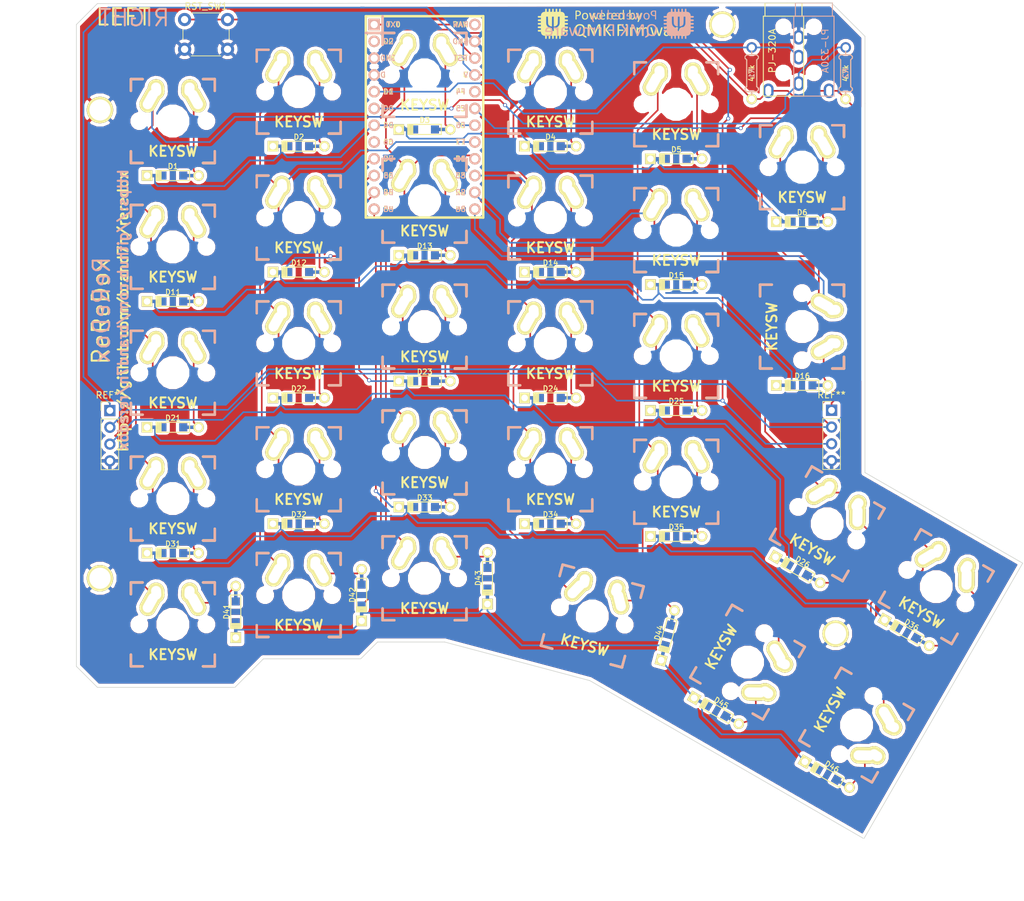
<source format=kicad_pcb>
(kicad_pcb (version 20171130) (host pcbnew "(5.0.0-3-g5ebb6b6)")
  (title_block (title "Redox keyboard PCB") (date 2018-05-05) (rev 1.0) (comment 1 "designed by Mattia Dal Ben (aka u/TiaMaT102)") (comment 2 https://github.com/mattdibi/redox-keyboard))
  (layers (0 F.Cu signal hide) (31 B.Cu signal) (34 B.Paste user hide) (35 F.Paste user hide) (36 B.SilkS user hide) (37 F.SilkS user hide) (38 B.Mask user hide) (39 F.Mask user hide) (44 Edge.Cuts user))
  (net 0 "")
  (net 1 row0)
  (net 2 "Net-(D1-Pad2)")
  (net 3 "Net-(D2-Pad2)")
  (net 4 "Net-(D3-Pad2)")
  (net 5 "Net-(D4-Pad2)")
  (net 6 "Net-(D5-Pad2)")
  (net 7 "Net-(D6-Pad2)")
  (net 8 row1)
  (net 9 "Net-(D11-Pad2)")
  (net 10 "Net-(D12-Pad2)")
  (net 11 "Net-(D13-Pad2)")
  (net 12 "Net-(D14-Pad2)")
  (net 13 "Net-(D15-Pad2)")
  (net 14 "Net-(D16-Pad2)")
  (net 15 row2)
  (net 16 "Net-(D21-Pad2)")
  (net 17 "Net-(D22-Pad2)")
  (net 18 "Net-(D23-Pad2)")
  (net 19 "Net-(D24-Pad2)")
  (net 20 "Net-(D25-Pad2)")
  (net 21 "Net-(D26-Pad2)")
  (net 22 row3)
  (net 23 "Net-(D31-Pad2)")
  (net 24 "Net-(D32-Pad2)")
  (net 25 "Net-(D33-Pad2)")
  (net 26 "Net-(D34-Pad2)")
  (net 27 "Net-(D35-Pad2)")
  (net 28 "Net-(D36-Pad2)")
  (net 29 row4)
  (net 30 "Net-(D41-Pad2)")
  (net 31 "Net-(D42-Pad2)")
  (net 32 "Net-(D43-Pad2)")
  (net 33 "Net-(D44-Pad2)")
  (net 34 "Net-(D45-Pad2)")
  (net 35 "Net-(D46-Pad2)")
  (net 36 col0)
  (net 37 col1)
  (net 38 col2)
  (net 39 col3)
  (net 40 col4)
  (net 41 col5)
  (net 42 col6)
  (net 43 VCC)
  (net 44 SDA)
  (net 45 SCL)
  (net 46 rgb_data)
  (net 47 GND)
  (net 48 RST)
  (net 49 "Net-(U1-Pad2)")
  (net 50 "Net-(U1-Pad8)")
  (net 51 "Net-(U1-Pad20)")
  (net 52 "Net-(U1-Pad24)")
  (module Connector_PinHeader_2.54mm:PinHeader_1x04_P2.54mm_Vertical (layer F.Cu) (at 212.75 110.457)
    (fp_text reference REF** (at 0 -2.33) (layer F.SilkS))
    (fp_text value PinHeader_1x04_P2.54mm_Vertical)
    (pad 4 thru_hole oval (at 0 7.62) (size 1.7 1.7) (drill 1) (layers *.Cu *.Mask) (net 47 GND))
    (pad 3 thru_hole oval (at 0 5.08) (size 1.7 1.7) (drill 1) (layers *.Cu *.Mask) (net 46 rgb_data))
    (pad 2 thru_hole oval (at 0 2.54) (size 1.7 1.7) (drill 1) (layers *.Cu *.Mask) (net 36 col0))
    (pad 1 thru_hole rect (at 0 0) (size 1.7 1.7) (drill 1) (layers *.Cu *.Mask) (net 43 VCC))
  )
  (module Connector_PinHeader_2.54mm:PinHeader_1x04_P2.54mm_Vertical (layer F.Cu) (at 103.5 110.5)
    (fp_text reference REF** (at 0 -2.33) (layer F.SilkS))
    (fp_text value PinHeader_1x04_P2.54mm_Vertical)
    (pad 4 thru_hole oval (at 0 7.62) (size 1.7 1.7) (drill 1) (layers *.Cu *.Mask) (net 47 GND))
    (pad 3 thru_hole oval (at 0 5.08) (size 1.7 1.7) (drill 1) (layers *.Cu *.Mask) (net 46 rgb_data))
    (pad 2 thru_hole oval (at 0 2.54) (size 1.7 1.7) (drill 1) (layers *.Cu *.Mask) (net 36 col0))
    (pad 1 thru_hole rect (at 0 0) (size 1.7 1.7) (drill 1) (layers *.Cu *.Mask) (net 43 VCC))
  )
  (module canadian_footprints:Mx_Alps_100-dualside (layer F.Cu) (at 113.03 142.875)
    (fp_text reference K41 hide)
    (fp_text value KEYSW (at 0 4.572) (layer F.SilkS) (effects (font (size 1.524 1.524) (thickness 0.3048))))
    (pad 1 thru_hole oval (at -2.52 -4.79 3.9) (size 2.5 3.08) (drill oval 1.5 2.08) (layers *.Cu *.Mask F.SilkS) (net 37 col1))
    (pad 2 thru_hole oval (at 3.405 -3.27 29.05) (size 2.5 4.17) (drill oval 1.5 3.17) (layers *.Cu *.Mask F.SilkS) (net 30 "Net-(D41-Pad2)"))
    (pad HOLE np_thru_hole circle (at 0 0) (size 3.9878 3.9878) (drill 3.9878) (layers *.Cu))
    (pad HOLE np_thru_hole circle (at -5.08 0) (size 1.7018 1.7018) (drill 1.7018) (layers *.Cu))
    (pad HOLE np_thru_hole circle (at 5.08 0) (size 1.7018 1.7018) (drill 1.7018) (layers *.Cu))
    (pad 1 thru_hole oval (at -3.405 -3.27 330.95) (size 2.5 4.17) (drill oval 1.5 3.17) (layers *.Cu *.Mask F.SilkS) (net 37 col1))
    (pad 2 thru_hole oval (at 2.52 -4.79 356.1) (size 2.5 3.08) (drill oval 1.5 2.08) (layers *.Cu *.Mask F.SilkS) (net 30 "Net-(D41-Pad2)"))
  )
  (module Keebio-Parts:Diode-dual (layer F.Cu) (at 113.03 74.93 180)
    (fp_text reference D1 (at -0.0254 1.4 180) (layer F.SilkS) (effects (font (size 0.8 0.8))))
    (fp_text value D hide)
    (pad 2 smd rect (at -2.7 0 180) (size 2.5 0.5) (layers B.Cu) (net 2 "Net-(D1-Pad2)"))
    (pad 2 smd rect (at -1.575 0 180) (size 1.2 1.2) (layers B.Cu B.Paste B.Mask) (net 2 "Net-(D1-Pad2)"))
    (pad 1 smd rect (at 1.575 0 180) (size 1.2 1.2) (layers B.Cu B.Paste B.Mask) (net 1 row0))
    (pad 1 smd rect (at 2.7 0 180) (size 2.5 0.5) (layers B.Cu) (net 1 row0))
    (pad 1 smd rect (at 1.575 0 180) (size 1.2 1.2) (layers F.Cu F.Paste F.Mask) (net 1 row0))
    (pad 2 smd rect (at -1.575 0 180) (size 1.2 1.2) (layers F.Cu F.Paste F.Mask) (net 2 "Net-(D1-Pad2)"))
    (pad 2 thru_hole circle (at -3.9 0 180) (size 1.6 1.6) (drill 1) (layers *.Cu *.Mask F.SilkS) (net 2 "Net-(D1-Pad2)"))
    (pad 1 thru_hole rect (at 3.9 0 180) (size 1.6 1.6) (drill 1) (layers *.Cu *.Mask F.SilkS) (net 1 row0))
    (pad 2 smd rect (at -2.7 0 180) (size 2.5 0.5) (layers F.Cu) (net 2 "Net-(D1-Pad2)"))
    (pad 1 smd rect (at 2.7 0 180) (size 2.5 0.5) (layers F.Cu) (net 1 row0))
  )
  (module Keebio-Parts:Diode-dual (layer F.Cu) (at 132.08 70.485 180)
    (fp_text reference D2 (at -0.0254 1.4 180) (layer F.SilkS) (effects (font (size 0.8 0.8))))
    (fp_text value D hide)
    (pad 2 smd rect (at -2.7 0 180) (size 2.5 0.5) (layers B.Cu) (net 3 "Net-(D2-Pad2)"))
    (pad 2 smd rect (at -1.575 0 180) (size 1.2 1.2) (layers B.Cu B.Paste B.Mask) (net 3 "Net-(D2-Pad2)"))
    (pad 1 smd rect (at 1.575 0 180) (size 1.2 1.2) (layers B.Cu B.Paste B.Mask) (net 1 row0))
    (pad 1 smd rect (at 2.7 0 180) (size 2.5 0.5) (layers B.Cu) (net 1 row0))
    (pad 1 smd rect (at 1.575 0 180) (size 1.2 1.2) (layers F.Cu F.Paste F.Mask) (net 1 row0))
    (pad 2 smd rect (at -1.575 0 180) (size 1.2 1.2) (layers F.Cu F.Paste F.Mask) (net 3 "Net-(D2-Pad2)"))
    (pad 2 thru_hole circle (at -3.9 0 180) (size 1.6 1.6) (drill 1) (layers *.Cu *.Mask F.SilkS) (net 3 "Net-(D2-Pad2)"))
    (pad 1 thru_hole rect (at 3.9 0 180) (size 1.6 1.6) (drill 1) (layers *.Cu *.Mask F.SilkS) (net 1 row0))
    (pad 2 smd rect (at -2.7 0 180) (size 2.5 0.5) (layers F.Cu) (net 3 "Net-(D2-Pad2)"))
    (pad 1 smd rect (at 2.7 0 180) (size 2.5 0.5) (layers F.Cu) (net 1 row0))
  )
  (module Keebio-Parts:Diode-dual (layer F.Cu) (at 151.13 67.945 180)
    (fp_text reference D3 (at -0.0254 1.4 180) (layer F.SilkS) (effects (font (size 0.8 0.8))))
    (fp_text value D hide)
    (pad 2 smd rect (at -2.7 0 180) (size 2.5 0.5) (layers B.Cu) (net 4 "Net-(D3-Pad2)"))
    (pad 2 smd rect (at -1.575 0 180) (size 1.2 1.2) (layers B.Cu B.Paste B.Mask) (net 4 "Net-(D3-Pad2)"))
    (pad 1 smd rect (at 1.575 0 180) (size 1.2 1.2) (layers B.Cu B.Paste B.Mask) (net 1 row0))
    (pad 1 smd rect (at 2.7 0 180) (size 2.5 0.5) (layers B.Cu) (net 1 row0))
    (pad 1 smd rect (at 1.575 0 180) (size 1.2 1.2) (layers F.Cu F.Paste F.Mask) (net 1 row0))
    (pad 2 smd rect (at -1.575 0 180) (size 1.2 1.2) (layers F.Cu F.Paste F.Mask) (net 4 "Net-(D3-Pad2)"))
    (pad 2 thru_hole circle (at -3.9 0 180) (size 1.6 1.6) (drill 1) (layers *.Cu *.Mask F.SilkS) (net 4 "Net-(D3-Pad2)"))
    (pad 1 thru_hole rect (at 3.9 0 180) (size 1.6 1.6) (drill 1) (layers *.Cu *.Mask F.SilkS) (net 1 row0))
    (pad 2 smd rect (at -2.7 0 180) (size 2.5 0.5) (layers F.Cu) (net 4 "Net-(D3-Pad2)"))
    (pad 1 smd rect (at 2.7 0 180) (size 2.5 0.5) (layers F.Cu) (net 1 row0))
  )
  (module Keebio-Parts:Diode-dual (layer F.Cu) (at 170.18 70.485 180)
    (fp_text reference D4 (at -0.0254 1.4 180) (layer F.SilkS) (effects (font (size 0.8 0.8))))
    (fp_text value D hide)
    (pad 2 smd rect (at -2.7 0 180) (size 2.5 0.5) (layers B.Cu) (net 5 "Net-(D4-Pad2)"))
    (pad 2 smd rect (at -1.575 0 180) (size 1.2 1.2) (layers B.Cu B.Paste B.Mask) (net 5 "Net-(D4-Pad2)"))
    (pad 1 smd rect (at 1.575 0 180) (size 1.2 1.2) (layers B.Cu B.Paste B.Mask) (net 1 row0))
    (pad 1 smd rect (at 2.7 0 180) (size 2.5 0.5) (layers B.Cu) (net 1 row0))
    (pad 1 smd rect (at 1.575 0 180) (size 1.2 1.2) (layers F.Cu F.Paste F.Mask) (net 1 row0))
    (pad 2 smd rect (at -1.575 0 180) (size 1.2 1.2) (layers F.Cu F.Paste F.Mask) (net 5 "Net-(D4-Pad2)"))
    (pad 2 thru_hole circle (at -3.9 0 180) (size 1.6 1.6) (drill 1) (layers *.Cu *.Mask F.SilkS) (net 5 "Net-(D4-Pad2)"))
    (pad 1 thru_hole rect (at 3.9 0 180) (size 1.6 1.6) (drill 1) (layers *.Cu *.Mask F.SilkS) (net 1 row0))
    (pad 2 smd rect (at -2.7 0 180) (size 2.5 0.5) (layers F.Cu) (net 5 "Net-(D4-Pad2)"))
    (pad 1 smd rect (at 2.7 0 180) (size 2.5 0.5) (layers F.Cu) (net 1 row0))
  )
  (module Keebio-Parts:Diode-dual (layer F.Cu) (at 189.23 72.39 180)
    (fp_text reference D5 (at -0.0254 1.4 180) (layer F.SilkS) (effects (font (size 0.8 0.8))))
    (fp_text value D hide)
    (pad 2 smd rect (at -2.7 0 180) (size 2.5 0.5) (layers B.Cu) (net 6 "Net-(D5-Pad2)"))
    (pad 2 smd rect (at -1.575 0 180) (size 1.2 1.2) (layers B.Cu B.Paste B.Mask) (net 6 "Net-(D5-Pad2)"))
    (pad 1 smd rect (at 1.575 0 180) (size 1.2 1.2) (layers B.Cu B.Paste B.Mask) (net 1 row0))
    (pad 1 smd rect (at 2.7 0 180) (size 2.5 0.5) (layers B.Cu) (net 1 row0))
    (pad 1 smd rect (at 1.575 0 180) (size 1.2 1.2) (layers F.Cu F.Paste F.Mask) (net 1 row0))
    (pad 2 smd rect (at -1.575 0 180) (size 1.2 1.2) (layers F.Cu F.Paste F.Mask) (net 6 "Net-(D5-Pad2)"))
    (pad 2 thru_hole circle (at -3.9 0 180) (size 1.6 1.6) (drill 1) (layers *.Cu *.Mask F.SilkS) (net 6 "Net-(D5-Pad2)"))
    (pad 1 thru_hole rect (at 3.9 0 180) (size 1.6 1.6) (drill 1) (layers *.Cu *.Mask F.SilkS) (net 1 row0))
    (pad 2 smd rect (at -2.7 0 180) (size 2.5 0.5) (layers F.Cu) (net 6 "Net-(D5-Pad2)"))
    (pad 1 smd rect (at 2.7 0 180) (size 2.5 0.5) (layers F.Cu) (net 1 row0))
  )
  (module Keebio-Parts:Diode-dual (layer F.Cu) (at 208.28 81.915 180)
    (fp_text reference D6 (at -0.0254 1.4 180) (layer F.SilkS) (effects (font (size 0.8 0.8))))
    (fp_text value D hide)
    (pad 2 smd rect (at -2.7 0 180) (size 2.5 0.5) (layers B.Cu) (net 7 "Net-(D6-Pad2)"))
    (pad 2 smd rect (at -1.575 0 180) (size 1.2 1.2) (layers B.Cu B.Paste B.Mask) (net 7 "Net-(D6-Pad2)"))
    (pad 1 smd rect (at 1.575 0 180) (size 1.2 1.2) (layers B.Cu B.Paste B.Mask) (net 1 row0))
    (pad 1 smd rect (at 2.7 0 180) (size 2.5 0.5) (layers B.Cu) (net 1 row0))
    (pad 1 smd rect (at 1.575 0 180) (size 1.2 1.2) (layers F.Cu F.Paste F.Mask) (net 1 row0))
    (pad 2 smd rect (at -1.575 0 180) (size 1.2 1.2) (layers F.Cu F.Paste F.Mask) (net 7 "Net-(D6-Pad2)"))
    (pad 2 thru_hole circle (at -3.9 0 180) (size 1.6 1.6) (drill 1) (layers *.Cu *.Mask F.SilkS) (net 7 "Net-(D6-Pad2)"))
    (pad 1 thru_hole rect (at 3.9 0 180) (size 1.6 1.6) (drill 1) (layers *.Cu *.Mask F.SilkS) (net 1 row0))
    (pad 2 smd rect (at -2.7 0 180) (size 2.5 0.5) (layers F.Cu) (net 7 "Net-(D6-Pad2)"))
    (pad 1 smd rect (at 2.7 0 180) (size 2.5 0.5) (layers F.Cu) (net 1 row0))
  )
  (module Keebio-Parts:Diode-dual (layer F.Cu) (at 113.03 93.98 180)
    (fp_text reference D11 (at -0.0254 1.4 180) (layer F.SilkS) (effects (font (size 0.8 0.8))))
    (fp_text value D hide)
    (pad 2 smd rect (at -2.7 0 180) (size 2.5 0.5) (layers B.Cu) (net 9 "Net-(D11-Pad2)"))
    (pad 2 smd rect (at -1.575 0 180) (size 1.2 1.2) (layers B.Cu B.Paste B.Mask) (net 9 "Net-(D11-Pad2)"))
    (pad 1 smd rect (at 1.575 0 180) (size 1.2 1.2) (layers B.Cu B.Paste B.Mask) (net 8 row1))
    (pad 1 smd rect (at 2.7 0 180) (size 2.5 0.5) (layers B.Cu) (net 8 row1))
    (pad 1 smd rect (at 1.575 0 180) (size 1.2 1.2) (layers F.Cu F.Paste F.Mask) (net 8 row1))
    (pad 2 smd rect (at -1.575 0 180) (size 1.2 1.2) (layers F.Cu F.Paste F.Mask) (net 9 "Net-(D11-Pad2)"))
    (pad 2 thru_hole circle (at -3.9 0 180) (size 1.6 1.6) (drill 1) (layers *.Cu *.Mask F.SilkS) (net 9 "Net-(D11-Pad2)"))
    (pad 1 thru_hole rect (at 3.9 0 180) (size 1.6 1.6) (drill 1) (layers *.Cu *.Mask F.SilkS) (net 8 row1))
    (pad 2 smd rect (at -2.7 0 180) (size 2.5 0.5) (layers F.Cu) (net 9 "Net-(D11-Pad2)"))
    (pad 1 smd rect (at 2.7 0 180) (size 2.5 0.5) (layers F.Cu) (net 8 row1))
  )
  (module Keebio-Parts:Diode-dual (layer F.Cu) (at 132.08 89.535 180)
    (fp_text reference D12 (at -0.0254 1.4 180) (layer F.SilkS) (effects (font (size 0.8 0.8))))
    (fp_text value D hide)
    (pad 2 smd rect (at -2.7 0 180) (size 2.5 0.5) (layers B.Cu) (net 10 "Net-(D12-Pad2)"))
    (pad 2 smd rect (at -1.575 0 180) (size 1.2 1.2) (layers B.Cu B.Paste B.Mask) (net 10 "Net-(D12-Pad2)"))
    (pad 1 smd rect (at 1.575 0 180) (size 1.2 1.2) (layers B.Cu B.Paste B.Mask) (net 8 row1))
    (pad 1 smd rect (at 2.7 0 180) (size 2.5 0.5) (layers B.Cu) (net 8 row1))
    (pad 1 smd rect (at 1.575 0 180) (size 1.2 1.2) (layers F.Cu F.Paste F.Mask) (net 8 row1))
    (pad 2 smd rect (at -1.575 0 180) (size 1.2 1.2) (layers F.Cu F.Paste F.Mask) (net 10 "Net-(D12-Pad2)"))
    (pad 2 thru_hole circle (at -3.9 0 180) (size 1.6 1.6) (drill 1) (layers *.Cu *.Mask F.SilkS) (net 10 "Net-(D12-Pad2)"))
    (pad 1 thru_hole rect (at 3.9 0 180) (size 1.6 1.6) (drill 1) (layers *.Cu *.Mask F.SilkS) (net 8 row1))
    (pad 2 smd rect (at -2.7 0 180) (size 2.5 0.5) (layers F.Cu) (net 10 "Net-(D12-Pad2)"))
    (pad 1 smd rect (at 2.7 0 180) (size 2.5 0.5) (layers F.Cu) (net 8 row1))
  )
  (module Keebio-Parts:Diode-dual (layer F.Cu) (at 151.13 86.995 180)
    (fp_text reference D13 (at -0.0254 1.4 180) (layer F.SilkS) (effects (font (size 0.8 0.8))))
    (fp_text value D hide)
    (pad 2 smd rect (at -2.7 0 180) (size 2.5 0.5) (layers B.Cu) (net 11 "Net-(D13-Pad2)"))
    (pad 2 smd rect (at -1.575 0 180) (size 1.2 1.2) (layers B.Cu B.Paste B.Mask) (net 11 "Net-(D13-Pad2)"))
    (pad 1 smd rect (at 1.575 0 180) (size 1.2 1.2) (layers B.Cu B.Paste B.Mask) (net 8 row1))
    (pad 1 smd rect (at 2.7 0 180) (size 2.5 0.5) (layers B.Cu) (net 8 row1))
    (pad 1 smd rect (at 1.575 0 180) (size 1.2 1.2) (layers F.Cu F.Paste F.Mask) (net 8 row1))
    (pad 2 smd rect (at -1.575 0 180) (size 1.2 1.2) (layers F.Cu F.Paste F.Mask) (net 11 "Net-(D13-Pad2)"))
    (pad 2 thru_hole circle (at -3.9 0 180) (size 1.6 1.6) (drill 1) (layers *.Cu *.Mask F.SilkS) (net 11 "Net-(D13-Pad2)"))
    (pad 1 thru_hole rect (at 3.9 0 180) (size 1.6 1.6) (drill 1) (layers *.Cu *.Mask F.SilkS) (net 8 row1))
    (pad 2 smd rect (at -2.7 0 180) (size 2.5 0.5) (layers F.Cu) (net 11 "Net-(D13-Pad2)"))
    (pad 1 smd rect (at 2.7 0 180) (size 2.5 0.5) (layers F.Cu) (net 8 row1))
  )
  (module Keebio-Parts:Diode-dual (layer F.Cu) (at 170.18 89.535 180)
    (fp_text reference D14 (at -0.0254 1.4 180) (layer F.SilkS) (effects (font (size 0.8 0.8))))
    (fp_text value D hide)
    (pad 2 smd rect (at -2.7 0 180) (size 2.5 0.5) (layers B.Cu) (net 12 "Net-(D14-Pad2)"))
    (pad 2 smd rect (at -1.575 0 180) (size 1.2 1.2) (layers B.Cu B.Paste B.Mask) (net 12 "Net-(D14-Pad2)"))
    (pad 1 smd rect (at 1.575 0 180) (size 1.2 1.2) (layers B.Cu B.Paste B.Mask) (net 8 row1))
    (pad 1 smd rect (at 2.7 0 180) (size 2.5 0.5) (layers B.Cu) (net 8 row1))
    (pad 1 smd rect (at 1.575 0 180) (size 1.2 1.2) (layers F.Cu F.Paste F.Mask) (net 8 row1))
    (pad 2 smd rect (at -1.575 0 180) (size 1.2 1.2) (layers F.Cu F.Paste F.Mask) (net 12 "Net-(D14-Pad2)"))
    (pad 2 thru_hole circle (at -3.9 0 180) (size 1.6 1.6) (drill 1) (layers *.Cu *.Mask F.SilkS) (net 12 "Net-(D14-Pad2)"))
    (pad 1 thru_hole rect (at 3.9 0 180) (size 1.6 1.6) (drill 1) (layers *.Cu *.Mask F.SilkS) (net 8 row1))
    (pad 2 smd rect (at -2.7 0 180) (size 2.5 0.5) (layers F.Cu) (net 12 "Net-(D14-Pad2)"))
    (pad 1 smd rect (at 2.7 0 180) (size 2.5 0.5) (layers F.Cu) (net 8 row1))
  )
  (module Keebio-Parts:Diode-dual (layer F.Cu) (at 189.23 91.44 180)
    (fp_text reference D15 (at -0.0254 1.4 180) (layer F.SilkS) (effects (font (size 0.8 0.8))))
    (fp_text value D hide)
    (pad 2 smd rect (at -2.7 0 180) (size 2.5 0.5) (layers B.Cu) (net 13 "Net-(D15-Pad2)"))
    (pad 2 smd rect (at -1.575 0 180) (size 1.2 1.2) (layers B.Cu B.Paste B.Mask) (net 13 "Net-(D15-Pad2)"))
    (pad 1 smd rect (at 1.575 0 180) (size 1.2 1.2) (layers B.Cu B.Paste B.Mask) (net 8 row1))
    (pad 1 smd rect (at 2.7 0 180) (size 2.5 0.5) (layers B.Cu) (net 8 row1))
    (pad 1 smd rect (at 1.575 0 180) (size 1.2 1.2) (layers F.Cu F.Paste F.Mask) (net 8 row1))
    (pad 2 smd rect (at -1.575 0 180) (size 1.2 1.2) (layers F.Cu F.Paste F.Mask) (net 13 "Net-(D15-Pad2)"))
    (pad 2 thru_hole circle (at -3.9 0 180) (size 1.6 1.6) (drill 1) (layers *.Cu *.Mask F.SilkS) (net 13 "Net-(D15-Pad2)"))
    (pad 1 thru_hole rect (at 3.9 0 180) (size 1.6 1.6) (drill 1) (layers *.Cu *.Mask F.SilkS) (net 8 row1))
    (pad 2 smd rect (at -2.7 0 180) (size 2.5 0.5) (layers F.Cu) (net 13 "Net-(D15-Pad2)"))
    (pad 1 smd rect (at 2.7 0 180) (size 2.5 0.5) (layers F.Cu) (net 8 row1))
  )
  (module Keebio-Parts:Diode-dual (layer F.Cu) (at 208.28 106.68 180)
    (fp_text reference D16 (at -0.0254 1.4 180) (layer F.SilkS) (effects (font (size 0.8 0.8))))
    (fp_text value D hide)
    (pad 2 smd rect (at -2.7 0 180) (size 2.5 0.5) (layers B.Cu) (net 14 "Net-(D16-Pad2)"))
    (pad 2 smd rect (at -1.575 0 180) (size 1.2 1.2) (layers B.Cu B.Paste B.Mask) (net 14 "Net-(D16-Pad2)"))
    (pad 1 smd rect (at 1.575 0 180) (size 1.2 1.2) (layers B.Cu B.Paste B.Mask) (net 8 row1))
    (pad 1 smd rect (at 2.7 0 180) (size 2.5 0.5) (layers B.Cu) (net 8 row1))
    (pad 1 smd rect (at 1.575 0 180) (size 1.2 1.2) (layers F.Cu F.Paste F.Mask) (net 8 row1))
    (pad 2 smd rect (at -1.575 0 180) (size 1.2 1.2) (layers F.Cu F.Paste F.Mask) (net 14 "Net-(D16-Pad2)"))
    (pad 2 thru_hole circle (at -3.9 0 180) (size 1.6 1.6) (drill 1) (layers *.Cu *.Mask F.SilkS) (net 14 "Net-(D16-Pad2)"))
    (pad 1 thru_hole rect (at 3.9 0 180) (size 1.6 1.6) (drill 1) (layers *.Cu *.Mask F.SilkS) (net 8 row1))
    (pad 2 smd rect (at -2.7 0 180) (size 2.5 0.5) (layers F.Cu) (net 14 "Net-(D16-Pad2)"))
    (pad 1 smd rect (at 2.7 0 180) (size 2.5 0.5) (layers F.Cu) (net 8 row1))
  )
  (module Keebio-Parts:Diode-dual (layer F.Cu) (at 113.03 113.03 180)
    (fp_text reference D21 (at -0.0254 1.4 180) (layer F.SilkS) (effects (font (size 0.8 0.8))))
    (fp_text value D hide)
    (pad 2 smd rect (at -2.7 0 180) (size 2.5 0.5) (layers B.Cu) (net 16 "Net-(D21-Pad2)"))
    (pad 2 smd rect (at -1.575 0 180) (size 1.2 1.2) (layers B.Cu B.Paste B.Mask) (net 16 "Net-(D21-Pad2)"))
    (pad 1 smd rect (at 1.575 0 180) (size 1.2 1.2) (layers B.Cu B.Paste B.Mask) (net 15 row2))
    (pad 1 smd rect (at 2.7 0 180) (size 2.5 0.5) (layers B.Cu) (net 15 row2))
    (pad 1 smd rect (at 1.575 0 180) (size 1.2 1.2) (layers F.Cu F.Paste F.Mask) (net 15 row2))
    (pad 2 smd rect (at -1.575 0 180) (size 1.2 1.2) (layers F.Cu F.Paste F.Mask) (net 16 "Net-(D21-Pad2)"))
    (pad 2 thru_hole circle (at -3.9 0 180) (size 1.6 1.6) (drill 1) (layers *.Cu *.Mask F.SilkS) (net 16 "Net-(D21-Pad2)"))
    (pad 1 thru_hole rect (at 3.9 0 180) (size 1.6 1.6) (drill 1) (layers *.Cu *.Mask F.SilkS) (net 15 row2))
    (pad 2 smd rect (at -2.7 0 180) (size 2.5 0.5) (layers F.Cu) (net 16 "Net-(D21-Pad2)"))
    (pad 1 smd rect (at 2.7 0 180) (size 2.5 0.5) (layers F.Cu) (net 15 row2))
  )
  (module Keebio-Parts:Diode-dual (layer F.Cu) (at 132.08 108.585 180)
    (fp_text reference D22 (at -0.0254 1.4 180) (layer F.SilkS) (effects (font (size 0.8 0.8))))
    (fp_text value D hide)
    (pad 2 smd rect (at -2.7 0 180) (size 2.5 0.5) (layers B.Cu) (net 17 "Net-(D22-Pad2)"))
    (pad 2 smd rect (at -1.575 0 180) (size 1.2 1.2) (layers B.Cu B.Paste B.Mask) (net 17 "Net-(D22-Pad2)"))
    (pad 1 smd rect (at 1.575 0 180) (size 1.2 1.2) (layers B.Cu B.Paste B.Mask) (net 15 row2))
    (pad 1 smd rect (at 2.7 0 180) (size 2.5 0.5) (layers B.Cu) (net 15 row2))
    (pad 1 smd rect (at 1.575 0 180) (size 1.2 1.2) (layers F.Cu F.Paste F.Mask) (net 15 row2))
    (pad 2 smd rect (at -1.575 0 180) (size 1.2 1.2) (layers F.Cu F.Paste F.Mask) (net 17 "Net-(D22-Pad2)"))
    (pad 2 thru_hole circle (at -3.9 0 180) (size 1.6 1.6) (drill 1) (layers *.Cu *.Mask F.SilkS) (net 17 "Net-(D22-Pad2)"))
    (pad 1 thru_hole rect (at 3.9 0 180) (size 1.6 1.6) (drill 1) (layers *.Cu *.Mask F.SilkS) (net 15 row2))
    (pad 2 smd rect (at -2.7 0 180) (size 2.5 0.5) (layers F.Cu) (net 17 "Net-(D22-Pad2)"))
    (pad 1 smd rect (at 2.7 0 180) (size 2.5 0.5) (layers F.Cu) (net 15 row2))
  )
  (module Keebio-Parts:Diode-dual (layer F.Cu) (at 151.13 106.045 180)
    (fp_text reference D23 (at -0.0254 1.4 180) (layer F.SilkS) (effects (font (size 0.8 0.8))))
    (fp_text value D hide)
    (pad 2 smd rect (at -2.7 0 180) (size 2.5 0.5) (layers B.Cu) (net 18 "Net-(D23-Pad2)"))
    (pad 2 smd rect (at -1.575 0 180) (size 1.2 1.2) (layers B.Cu B.Paste B.Mask) (net 18 "Net-(D23-Pad2)"))
    (pad 1 smd rect (at 1.575 0 180) (size 1.2 1.2) (layers B.Cu B.Paste B.Mask) (net 15 row2))
    (pad 1 smd rect (at 2.7 0 180) (size 2.5 0.5) (layers B.Cu) (net 15 row2))
    (pad 1 smd rect (at 1.575 0 180) (size 1.2 1.2) (layers F.Cu F.Paste F.Mask) (net 15 row2))
    (pad 2 smd rect (at -1.575 0 180) (size 1.2 1.2) (layers F.Cu F.Paste F.Mask) (net 18 "Net-(D23-Pad2)"))
    (pad 2 thru_hole circle (at -3.9 0 180) (size 1.6 1.6) (drill 1) (layers *.Cu *.Mask F.SilkS) (net 18 "Net-(D23-Pad2)"))
    (pad 1 thru_hole rect (at 3.9 0 180) (size 1.6 1.6) (drill 1) (layers *.Cu *.Mask F.SilkS) (net 15 row2))
    (pad 2 smd rect (at -2.7 0 180) (size 2.5 0.5) (layers F.Cu) (net 18 "Net-(D23-Pad2)"))
    (pad 1 smd rect (at 2.7 0 180) (size 2.5 0.5) (layers F.Cu) (net 15 row2))
  )
  (module Keebio-Parts:Diode-dual (layer F.Cu) (at 170.18 108.585 180)
    (fp_text reference D24 (at -0.0254 1.4 180) (layer F.SilkS) (effects (font (size 0.8 0.8))))
    (fp_text value D hide)
    (pad 2 smd rect (at -2.7 0 180) (size 2.5 0.5) (layers B.Cu) (net 19 "Net-(D24-Pad2)"))
    (pad 2 smd rect (at -1.575 0 180) (size 1.2 1.2) (layers B.Cu B.Paste B.Mask) (net 19 "Net-(D24-Pad2)"))
    (pad 1 smd rect (at 1.575 0 180) (size 1.2 1.2) (layers B.Cu B.Paste B.Mask) (net 15 row2))
    (pad 1 smd rect (at 2.7 0 180) (size 2.5 0.5) (layers B.Cu) (net 15 row2))
    (pad 1 smd rect (at 1.575 0 180) (size 1.2 1.2) (layers F.Cu F.Paste F.Mask) (net 15 row2))
    (pad 2 smd rect (at -1.575 0 180) (size 1.2 1.2) (layers F.Cu F.Paste F.Mask) (net 19 "Net-(D24-Pad2)"))
    (pad 2 thru_hole circle (at -3.9 0 180) (size 1.6 1.6) (drill 1) (layers *.Cu *.Mask F.SilkS) (net 19 "Net-(D24-Pad2)"))
    (pad 1 thru_hole rect (at 3.9 0 180) (size 1.6 1.6) (drill 1) (layers *.Cu *.Mask F.SilkS) (net 15 row2))
    (pad 2 smd rect (at -2.7 0 180) (size 2.5 0.5) (layers F.Cu) (net 19 "Net-(D24-Pad2)"))
    (pad 1 smd rect (at 2.7 0 180) (size 2.5 0.5) (layers F.Cu) (net 15 row2))
  )
  (module Keebio-Parts:Diode-dual (layer F.Cu) (at 189.23 110.49 180)
    (fp_text reference D25 (at -0.0254 1.4 180) (layer F.SilkS) (effects (font (size 0.8 0.8))))
    (fp_text value D hide)
    (pad 2 smd rect (at -2.7 0 180) (size 2.5 0.5) (layers B.Cu) (net 20 "Net-(D25-Pad2)"))
    (pad 2 smd rect (at -1.575 0 180) (size 1.2 1.2) (layers B.Cu B.Paste B.Mask) (net 20 "Net-(D25-Pad2)"))
    (pad 1 smd rect (at 1.575 0 180) (size 1.2 1.2) (layers B.Cu B.Paste B.Mask) (net 15 row2))
    (pad 1 smd rect (at 2.7 0 180) (size 2.5 0.5) (layers B.Cu) (net 15 row2))
    (pad 1 smd rect (at 1.575 0 180) (size 1.2 1.2) (layers F.Cu F.Paste F.Mask) (net 15 row2))
    (pad 2 smd rect (at -1.575 0 180) (size 1.2 1.2) (layers F.Cu F.Paste F.Mask) (net 20 "Net-(D25-Pad2)"))
    (pad 2 thru_hole circle (at -3.9 0 180) (size 1.6 1.6) (drill 1) (layers *.Cu *.Mask F.SilkS) (net 20 "Net-(D25-Pad2)"))
    (pad 1 thru_hole rect (at 3.9 0 180) (size 1.6 1.6) (drill 1) (layers *.Cu *.Mask F.SilkS) (net 15 row2))
    (pad 2 smd rect (at -2.7 0 180) (size 2.5 0.5) (layers F.Cu) (net 20 "Net-(D25-Pad2)"))
    (pad 1 smd rect (at 2.7 0 180) (size 2.5 0.5) (layers F.Cu) (net 15 row2))
  )
  (module Keebio-Parts:Diode-dual (layer F.Cu) (at 207.645 134.62 150)
    (fp_text reference D26 (at -0.0254 1.4 150) (layer F.SilkS) (effects (font (size 0.8 0.8))))
    (fp_text value D hide)
    (pad 2 smd rect (at -2.7 0 150) (size 2.5 0.5) (layers B.Cu) (net 21 "Net-(D26-Pad2)"))
    (pad 2 smd rect (at -1.575 0 150) (size 1.2 1.2) (layers B.Cu B.Paste B.Mask) (net 21 "Net-(D26-Pad2)"))
    (pad 1 smd rect (at 1.575 0 150) (size 1.2 1.2) (layers B.Cu B.Paste B.Mask) (net 15 row2))
    (pad 1 smd rect (at 2.7 0 150) (size 2.5 0.5) (layers B.Cu) (net 15 row2))
    (pad 1 smd rect (at 1.575 0 150) (size 1.2 1.2) (layers F.Cu F.Paste F.Mask) (net 15 row2))
    (pad 2 smd rect (at -1.575 0 150) (size 1.2 1.2) (layers F.Cu F.Paste F.Mask) (net 21 "Net-(D26-Pad2)"))
    (pad 2 thru_hole circle (at -3.9 0 150) (size 1.6 1.6) (drill 1) (layers *.Cu *.Mask F.SilkS) (net 21 "Net-(D26-Pad2)"))
    (pad 1 thru_hole rect (at 3.9 0 150) (size 1.6 1.6) (drill 1) (layers *.Cu *.Mask F.SilkS) (net 15 row2))
    (pad 2 smd rect (at -2.7 0 150) (size 2.5 0.5) (layers F.Cu) (net 21 "Net-(D26-Pad2)"))
    (pad 1 smd rect (at 2.7 0 150) (size 2.5 0.5) (layers F.Cu) (net 15 row2))
  )
  (module Keebio-Parts:Diode-dual (layer F.Cu) (at 113.03 132.08 180)
    (fp_text reference D31 (at -0.0254 1.4 180) (layer F.SilkS) (effects (font (size 0.8 0.8))))
    (fp_text value D hide)
    (pad 2 smd rect (at -2.7 0 180) (size 2.5 0.5) (layers B.Cu) (net 23 "Net-(D31-Pad2)"))
    (pad 2 smd rect (at -1.575 0 180) (size 1.2 1.2) (layers B.Cu B.Paste B.Mask) (net 23 "Net-(D31-Pad2)"))
    (pad 1 smd rect (at 1.575 0 180) (size 1.2 1.2) (layers B.Cu B.Paste B.Mask) (net 22 row3))
    (pad 1 smd rect (at 2.7 0 180) (size 2.5 0.5) (layers B.Cu) (net 22 row3))
    (pad 1 smd rect (at 1.575 0 180) (size 1.2 1.2) (layers F.Cu F.Paste F.Mask) (net 22 row3))
    (pad 2 smd rect (at -1.575 0 180) (size 1.2 1.2) (layers F.Cu F.Paste F.Mask) (net 23 "Net-(D31-Pad2)"))
    (pad 2 thru_hole circle (at -3.9 0 180) (size 1.6 1.6) (drill 1) (layers *.Cu *.Mask F.SilkS) (net 23 "Net-(D31-Pad2)"))
    (pad 1 thru_hole rect (at 3.9 0 180) (size 1.6 1.6) (drill 1) (layers *.Cu *.Mask F.SilkS) (net 22 row3))
    (pad 2 smd rect (at -2.7 0 180) (size 2.5 0.5) (layers F.Cu) (net 23 "Net-(D31-Pad2)"))
    (pad 1 smd rect (at 2.7 0 180) (size 2.5 0.5) (layers F.Cu) (net 22 row3))
  )
  (module Keebio-Parts:Diode-dual (layer F.Cu) (at 132.08 127.635 180)
    (fp_text reference D32 (at -0.0254 1.4 180) (layer F.SilkS) (effects (font (size 0.8 0.8))))
    (fp_text value D hide)
    (pad 2 smd rect (at -2.7 0 180) (size 2.5 0.5) (layers B.Cu) (net 24 "Net-(D32-Pad2)"))
    (pad 2 smd rect (at -1.575 0 180) (size 1.2 1.2) (layers B.Cu B.Paste B.Mask) (net 24 "Net-(D32-Pad2)"))
    (pad 1 smd rect (at 1.575 0 180) (size 1.2 1.2) (layers B.Cu B.Paste B.Mask) (net 22 row3))
    (pad 1 smd rect (at 2.7 0 180) (size 2.5 0.5) (layers B.Cu) (net 22 row3))
    (pad 1 smd rect (at 1.575 0 180) (size 1.2 1.2) (layers F.Cu F.Paste F.Mask) (net 22 row3))
    (pad 2 smd rect (at -1.575 0 180) (size 1.2 1.2) (layers F.Cu F.Paste F.Mask) (net 24 "Net-(D32-Pad2)"))
    (pad 2 thru_hole circle (at -3.9 0 180) (size 1.6 1.6) (drill 1) (layers *.Cu *.Mask F.SilkS) (net 24 "Net-(D32-Pad2)"))
    (pad 1 thru_hole rect (at 3.9 0 180) (size 1.6 1.6) (drill 1) (layers *.Cu *.Mask F.SilkS) (net 22 row3))
    (pad 2 smd rect (at -2.7 0 180) (size 2.5 0.5) (layers F.Cu) (net 24 "Net-(D32-Pad2)"))
    (pad 1 smd rect (at 2.7 0 180) (size 2.5 0.5) (layers F.Cu) (net 22 row3))
  )
  (module Keebio-Parts:Diode-dual (layer F.Cu) (at 151.13 125.095 180)
    (fp_text reference D33 (at -0.0254 1.4 180) (layer F.SilkS) (effects (font (size 0.8 0.8))))
    (fp_text value D hide)
    (pad 2 smd rect (at -2.7 0 180) (size 2.5 0.5) (layers B.Cu) (net 25 "Net-(D33-Pad2)"))
    (pad 2 smd rect (at -1.575 0 180) (size 1.2 1.2) (layers B.Cu B.Paste B.Mask) (net 25 "Net-(D33-Pad2)"))
    (pad 1 smd rect (at 1.575 0 180) (size 1.2 1.2) (layers B.Cu B.Paste B.Mask) (net 22 row3))
    (pad 1 smd rect (at 2.7 0 180) (size 2.5 0.5) (layers B.Cu) (net 22 row3))
    (pad 1 smd rect (at 1.575 0 180) (size 1.2 1.2) (layers F.Cu F.Paste F.Mask) (net 22 row3))
    (pad 2 smd rect (at -1.575 0 180) (size 1.2 1.2) (layers F.Cu F.Paste F.Mask) (net 25 "Net-(D33-Pad2)"))
    (pad 2 thru_hole circle (at -3.9 0 180) (size 1.6 1.6) (drill 1) (layers *.Cu *.Mask F.SilkS) (net 25 "Net-(D33-Pad2)"))
    (pad 1 thru_hole rect (at 3.9 0 180) (size 1.6 1.6) (drill 1) (layers *.Cu *.Mask F.SilkS) (net 22 row3))
    (pad 2 smd rect (at -2.7 0 180) (size 2.5 0.5) (layers F.Cu) (net 25 "Net-(D33-Pad2)"))
    (pad 1 smd rect (at 2.7 0 180) (size 2.5 0.5) (layers F.Cu) (net 22 row3))
  )
  (module Keebio-Parts:Diode-dual (layer F.Cu) (at 170.18 127.635 180)
    (fp_text reference D34 (at -0.0254 1.4 180) (layer F.SilkS) (effects (font (size 0.8 0.8))))
    (fp_text value D hide)
    (pad 2 smd rect (at -2.7 0 180) (size 2.5 0.5) (layers B.Cu) (net 26 "Net-(D34-Pad2)"))
    (pad 2 smd rect (at -1.575 0 180) (size 1.2 1.2) (layers B.Cu B.Paste B.Mask) (net 26 "Net-(D34-Pad2)"))
    (pad 1 smd rect (at 1.575 0 180) (size 1.2 1.2) (layers B.Cu B.Paste B.Mask) (net 22 row3))
    (pad 1 smd rect (at 2.7 0 180) (size 2.5 0.5) (layers B.Cu) (net 22 row3))
    (pad 1 smd rect (at 1.575 0 180) (size 1.2 1.2) (layers F.Cu F.Paste F.Mask) (net 22 row3))
    (pad 2 smd rect (at -1.575 0 180) (size 1.2 1.2) (layers F.Cu F.Paste F.Mask) (net 26 "Net-(D34-Pad2)"))
    (pad 2 thru_hole circle (at -3.9 0 180) (size 1.6 1.6) (drill 1) (layers *.Cu *.Mask F.SilkS) (net 26 "Net-(D34-Pad2)"))
    (pad 1 thru_hole rect (at 3.9 0 180) (size 1.6 1.6) (drill 1) (layers *.Cu *.Mask F.SilkS) (net 22 row3))
    (pad 2 smd rect (at -2.7 0 180) (size 2.5 0.5) (layers F.Cu) (net 26 "Net-(D34-Pad2)"))
    (pad 1 smd rect (at 2.7 0 180) (size 2.5 0.5) (layers F.Cu) (net 22 row3))
  )
  (module Keebio-Parts:Diode-dual (layer F.Cu) (at 189.23 129.54 180)
    (fp_text reference D35 (at -0.0254 1.4 180) (layer F.SilkS) (effects (font (size 0.8 0.8))))
    (fp_text value D hide)
    (pad 2 smd rect (at -2.7 0 180) (size 2.5 0.5) (layers B.Cu) (net 27 "Net-(D35-Pad2)"))
    (pad 2 smd rect (at -1.575 0 180) (size 1.2 1.2) (layers B.Cu B.Paste B.Mask) (net 27 "Net-(D35-Pad2)"))
    (pad 1 smd rect (at 1.575 0 180) (size 1.2 1.2) (layers B.Cu B.Paste B.Mask) (net 22 row3))
    (pad 1 smd rect (at 2.7 0 180) (size 2.5 0.5) (layers B.Cu) (net 22 row3))
    (pad 1 smd rect (at 1.575 0 180) (size 1.2 1.2) (layers F.Cu F.Paste F.Mask) (net 22 row3))
    (pad 2 smd rect (at -1.575 0 180) (size 1.2 1.2) (layers F.Cu F.Paste F.Mask) (net 27 "Net-(D35-Pad2)"))
    (pad 2 thru_hole circle (at -3.9 0 180) (size 1.6 1.6) (drill 1) (layers *.Cu *.Mask F.SilkS) (net 27 "Net-(D35-Pad2)"))
    (pad 1 thru_hole rect (at 3.9 0 180) (size 1.6 1.6) (drill 1) (layers *.Cu *.Mask F.SilkS) (net 22 row3))
    (pad 2 smd rect (at -2.7 0 180) (size 2.5 0.5) (layers F.Cu) (net 27 "Net-(D35-Pad2)"))
    (pad 1 smd rect (at 2.7 0 180) (size 2.5 0.5) (layers F.Cu) (net 22 row3))
  )
  (module Keebio-Parts:Diode-dual (layer F.Cu) (at 224.155 144.145 150)
    (fp_text reference D36 (at -0.0254 1.4 150) (layer F.SilkS) (effects (font (size 0.8 0.8))))
    (fp_text value D hide)
    (pad 2 smd rect (at -2.7 0 150) (size 2.5 0.5) (layers B.Cu) (net 28 "Net-(D36-Pad2)"))
    (pad 2 smd rect (at -1.575 0 150) (size 1.2 1.2) (layers B.Cu B.Paste B.Mask) (net 28 "Net-(D36-Pad2)"))
    (pad 1 smd rect (at 1.575 0 150) (size 1.2 1.2) (layers B.Cu B.Paste B.Mask) (net 22 row3))
    (pad 1 smd rect (at 2.7 0 150) (size 2.5 0.5) (layers B.Cu) (net 22 row3))
    (pad 1 smd rect (at 1.575 0 150) (size 1.2 1.2) (layers F.Cu F.Paste F.Mask) (net 22 row3))
    (pad 2 smd rect (at -1.575 0 150) (size 1.2 1.2) (layers F.Cu F.Paste F.Mask) (net 28 "Net-(D36-Pad2)"))
    (pad 2 thru_hole circle (at -3.9 0 150) (size 1.6 1.6) (drill 1) (layers *.Cu *.Mask F.SilkS) (net 28 "Net-(D36-Pad2)"))
    (pad 1 thru_hole rect (at 3.9 0 150) (size 1.6 1.6) (drill 1) (layers *.Cu *.Mask F.SilkS) (net 22 row3))
    (pad 2 smd rect (at -2.7 0 150) (size 2.5 0.5) (layers F.Cu) (net 28 "Net-(D36-Pad2)"))
    (pad 1 smd rect (at 2.7 0 150) (size 2.5 0.5) (layers F.Cu) (net 22 row3))
  )
  (module Keebio-Parts:Diode-dual (layer F.Cu) (at 122.555 140.97 270)
    (fp_text reference D41 (at -0.0254 1.4 270) (layer F.SilkS) (effects (font (size 0.8 0.8))))
    (fp_text value D hide)
    (pad 2 smd rect (at -2.7 0 270) (size 2.5 0.5) (layers B.Cu) (net 30 "Net-(D41-Pad2)"))
    (pad 2 smd rect (at -1.575 0 270) (size 1.2 1.2) (layers B.Cu B.Paste B.Mask) (net 30 "Net-(D41-Pad2)"))
    (pad 1 smd rect (at 1.575 0 270) (size 1.2 1.2) (layers B.Cu B.Paste B.Mask) (net 29 row4))
    (pad 1 smd rect (at 2.7 0 270) (size 2.5 0.5) (layers B.Cu) (net 29 row4))
    (pad 1 smd rect (at 1.575 0 270) (size 1.2 1.2) (layers F.Cu F.Paste F.Mask) (net 29 row4))
    (pad 2 smd rect (at -1.575 0 270) (size 1.2 1.2) (layers F.Cu F.Paste F.Mask) (net 30 "Net-(D41-Pad2)"))
    (pad 2 thru_hole circle (at -3.9 0 270) (size 1.6 1.6) (drill 1) (layers *.Cu *.Mask F.SilkS) (net 30 "Net-(D41-Pad2)"))
    (pad 1 thru_hole rect (at 3.9 0 270) (size 1.6 1.6) (drill 1) (layers *.Cu *.Mask F.SilkS) (net 29 row4))
    (pad 2 smd rect (at -2.7 0 270) (size 2.5 0.5) (layers F.Cu) (net 30 "Net-(D41-Pad2)"))
    (pad 1 smd rect (at 2.7 0 270) (size 2.5 0.5) (layers F.Cu) (net 29 row4))
  )
  (module Keebio-Parts:Diode-dual (layer F.Cu) (at 141.605 138.43 270)
    (fp_text reference D42 (at -0.0254 1.4 270) (layer F.SilkS) (effects (font (size 0.8 0.8))))
    (fp_text value D hide)
    (pad 2 smd rect (at -2.7 0 270) (size 2.5 0.5) (layers B.Cu) (net 31 "Net-(D42-Pad2)"))
    (pad 2 smd rect (at -1.575 0 270) (size 1.2 1.2) (layers B.Cu B.Paste B.Mask) (net 31 "Net-(D42-Pad2)"))
    (pad 1 smd rect (at 1.575 0 270) (size 1.2 1.2) (layers B.Cu B.Paste B.Mask) (net 29 row4))
    (pad 1 smd rect (at 2.7 0 270) (size 2.5 0.5) (layers B.Cu) (net 29 row4))
    (pad 1 smd rect (at 1.575 0 270) (size 1.2 1.2) (layers F.Cu F.Paste F.Mask) (net 29 row4))
    (pad 2 smd rect (at -1.575 0 270) (size 1.2 1.2) (layers F.Cu F.Paste F.Mask) (net 31 "Net-(D42-Pad2)"))
    (pad 2 thru_hole circle (at -3.9 0 270) (size 1.6 1.6) (drill 1) (layers *.Cu *.Mask F.SilkS) (net 31 "Net-(D42-Pad2)"))
    (pad 1 thru_hole rect (at 3.9 0 270) (size 1.6 1.6) (drill 1) (layers *.Cu *.Mask F.SilkS) (net 29 row4))
    (pad 2 smd rect (at -2.7 0 270) (size 2.5 0.5) (layers F.Cu) (net 31 "Net-(D42-Pad2)"))
    (pad 1 smd rect (at 2.7 0 270) (size 2.5 0.5) (layers F.Cu) (net 29 row4))
  )
  (module Keebio-Parts:Diode-dual (layer F.Cu) (at 160.655 135.89 270)
    (fp_text reference D43 (at -0.0254 1.4 270) (layer F.SilkS) (effects (font (size 0.8 0.8))))
    (fp_text value D hide)
    (pad 2 smd rect (at -2.7 0 270) (size 2.5 0.5) (layers B.Cu) (net 32 "Net-(D43-Pad2)"))
    (pad 2 smd rect (at -1.575 0 270) (size 1.2 1.2) (layers B.Cu B.Paste B.Mask) (net 32 "Net-(D43-Pad2)"))
    (pad 1 smd rect (at 1.575 0 270) (size 1.2 1.2) (layers B.Cu B.Paste B.Mask) (net 29 row4))
    (pad 1 smd rect (at 2.7 0 270) (size 2.5 0.5) (layers B.Cu) (net 29 row4))
    (pad 1 smd rect (at 1.575 0 270) (size 1.2 1.2) (layers F.Cu F.Paste F.Mask) (net 29 row4))
    (pad 2 smd rect (at -1.575 0 270) (size 1.2 1.2) (layers F.Cu F.Paste F.Mask) (net 32 "Net-(D43-Pad2)"))
    (pad 2 thru_hole circle (at -3.9 0 270) (size 1.6 1.6) (drill 1) (layers *.Cu *.Mask F.SilkS) (net 32 "Net-(D43-Pad2)"))
    (pad 1 thru_hole rect (at 3.9 0 270) (size 1.6 1.6) (drill 1) (layers *.Cu *.Mask F.SilkS) (net 29 row4))
    (pad 2 smd rect (at -2.7 0 270) (size 2.5 0.5) (layers F.Cu) (net 32 "Net-(D43-Pad2)"))
    (pad 1 smd rect (at 2.7 0 270) (size 2.5 0.5) (layers F.Cu) (net 29 row4))
  )
  (module Keebio-Parts:Diode-dual (layer F.Cu) (at 187.96 144.526 255)
    (fp_text reference D44 (at -0.0254 1.4 255) (layer F.SilkS) (effects (font (size 0.8 0.8))))
    (fp_text value D hide)
    (pad 2 smd rect (at -2.7 0 255) (size 2.5 0.5) (layers B.Cu) (net 33 "Net-(D44-Pad2)"))
    (pad 2 smd rect (at -1.575 0 255) (size 1.2 1.2) (layers B.Cu B.Paste B.Mask) (net 33 "Net-(D44-Pad2)"))
    (pad 1 smd rect (at 1.575 0 255) (size 1.2 1.2) (layers B.Cu B.Paste B.Mask) (net 29 row4))
    (pad 1 smd rect (at 2.7 0 255) (size 2.5 0.5) (layers B.Cu) (net 29 row4))
    (pad 1 smd rect (at 1.575 0 255) (size 1.2 1.2) (layers F.Cu F.Paste F.Mask) (net 29 row4))
    (pad 2 smd rect (at -1.575 0 255) (size 1.2 1.2) (layers F.Cu F.Paste F.Mask) (net 33 "Net-(D44-Pad2)"))
    (pad 2 thru_hole circle (at -3.9 0 255) (size 1.6 1.6) (drill 1) (layers *.Cu *.Mask F.SilkS) (net 33 "Net-(D44-Pad2)"))
    (pad 1 thru_hole rect (at 3.9 0 255) (size 1.6 1.6) (drill 1) (layers *.Cu *.Mask F.SilkS) (net 29 row4))
    (pad 2 smd rect (at -2.7 0 255) (size 2.5 0.5) (layers F.Cu) (net 33 "Net-(D44-Pad2)"))
    (pad 1 smd rect (at 2.7 0 255) (size 2.5 0.5) (layers F.Cu) (net 29 row4))
  )
  (module Keebio-Parts:Diode-dual (layer F.Cu) (at 195.326 155.956 150)
    (fp_text reference D45 (at -0.0254 1.4 150) (layer F.SilkS) (effects (font (size 0.8 0.8))))
    (fp_text value D hide)
    (pad 2 smd rect (at -2.7 0 150) (size 2.5 0.5) (layers B.Cu) (net 34 "Net-(D45-Pad2)"))
    (pad 2 smd rect (at -1.575 0 150) (size 1.2 1.2) (layers B.Cu B.Paste B.Mask) (net 34 "Net-(D45-Pad2)"))
    (pad 1 smd rect (at 1.575 0 150) (size 1.2 1.2) (layers B.Cu B.Paste B.Mask) (net 29 row4))
    (pad 1 smd rect (at 2.7 0 150) (size 2.5 0.5) (layers B.Cu) (net 29 row4))
    (pad 1 smd rect (at 1.575 0 150) (size 1.2 1.2) (layers F.Cu F.Paste F.Mask) (net 29 row4))
    (pad 2 smd rect (at -1.575 0 150) (size 1.2 1.2) (layers F.Cu F.Paste F.Mask) (net 34 "Net-(D45-Pad2)"))
    (pad 2 thru_hole circle (at -3.9 0 150) (size 1.6 1.6) (drill 1) (layers *.Cu *.Mask F.SilkS) (net 34 "Net-(D45-Pad2)"))
    (pad 1 thru_hole rect (at 3.9 0 150) (size 1.6 1.6) (drill 1) (layers *.Cu *.Mask F.SilkS) (net 29 row4))
    (pad 2 smd rect (at -2.7 0 150) (size 2.5 0.5) (layers F.Cu) (net 34 "Net-(D45-Pad2)"))
    (pad 1 smd rect (at 2.7 0 150) (size 2.5 0.5) (layers F.Cu) (net 29 row4))
  )
  (module Keebio-Parts:Diode-dual (layer F.Cu) (at 212.09 165.608 150)
    (fp_text reference D46 (at -0.0254 1.4 150) (layer F.SilkS) (effects (font (size 0.8 0.8))))
    (fp_text value D hide)
    (pad 2 smd rect (at -2.7 0 150) (size 2.5 0.5) (layers B.Cu) (net 35 "Net-(D46-Pad2)"))
    (pad 2 smd rect (at -1.575 0 150) (size 1.2 1.2) (layers B.Cu B.Paste B.Mask) (net 35 "Net-(D46-Pad2)"))
    (pad 1 smd rect (at 1.575 0 150) (size 1.2 1.2) (layers B.Cu B.Paste B.Mask) (net 29 row4))
    (pad 1 smd rect (at 2.7 0 150) (size 2.5 0.5) (layers B.Cu) (net 29 row4))
    (pad 1 smd rect (at 1.575 0 150) (size 1.2 1.2) (layers F.Cu F.Paste F.Mask) (net 29 row4))
    (pad 2 smd rect (at -1.575 0 150) (size 1.2 1.2) (layers F.Cu F.Paste F.Mask) (net 35 "Net-(D46-Pad2)"))
    (pad 2 thru_hole circle (at -3.9 0 150) (size 1.6 1.6) (drill 1) (layers *.Cu *.Mask F.SilkS) (net 35 "Net-(D46-Pad2)"))
    (pad 1 thru_hole rect (at 3.9 0 150) (size 1.6 1.6) (drill 1) (layers *.Cu *.Mask F.SilkS) (net 29 row4))
    (pad 2 smd rect (at -2.7 0 150) (size 2.5 0.5) (layers F.Cu) (net 35 "Net-(D46-Pad2)"))
    (pad 1 smd rect (at 2.7 0 150) (size 2.5 0.5) (layers F.Cu) (net 29 row4))
  )
  (module Keebio-Parts:Resistor-Compact (layer F.Cu) (at 200.66 59.436 90)
    (fp_text reference R1 (at 0 0 90) (layer B.SilkS) (effects (font (size 0.8 0.8)) (justify mirror)))
    (fp_text value 4.7k (at 0 0 90) (layer F.SilkS) (effects (font (size 0.8 0.8))))
    (pad 2 thru_hole circle (at -3.9 0 90) (size 1.6 1.6) (drill 1) (layers *.Cu *.Mask F.SilkS) (net 43 VCC))
    (pad 1 thru_hole circle (at 3.9 0 90) (size 1.6 1.6) (drill 1) (layers *.Cu *.Mask) (net 44 SDA))
  )
  (module Keebio-Parts:Resistor-Compact (layer F.Cu) (at 214.884 59.436 90)
    (fp_text reference R2 (at 0 0 90) (layer B.SilkS) (effects (font (size 0.8 0.8)) (justify mirror)))
    (fp_text value 4.7k (at 0 0 90) (layer F.SilkS) (effects (font (size 0.8 0.8))))
    (pad 2 thru_hole circle (at -3.9 0 90) (size 1.6 1.6) (drill 1) (layers *.Cu *.Mask F.SilkS) (net 43 VCC))
    (pad 1 thru_hole circle (at 3.9 0 90) (size 1.6 1.6) (drill 1) (layers *.Cu *.Mask) (net 45 SCL))
  )
  (module Buttons_Switches_ThroughHole:SW_PUSH_6mm_h4.3mm (layer F.Cu) (at 114.808 51.308)
    (fp_text reference RST_SW1 (at 3.25 -2) (layer F.SilkS))
    (fp_text value SW_PUSH)
    (pad 2 thru_hole circle (at 0 4.5 90) (size 2 2) (drill 1.1) (layers *.Cu *.Mask) (net 47 GND))
    (pad 1 thru_hole circle (at 0 0 90) (size 2 2) (drill 1.1) (layers *.Cu *.Mask) (net 48 RST))
    (pad 2 thru_hole circle (at 6.5 4.5 90) (size 2 2) (drill 1.1) (layers *.Cu *.Mask) (net 47 GND))
    (pad 1 thru_hole circle (at 6.5 0 90) (size 2 2) (drill 1.1) (layers *.Cu *.Mask) (net 48 RST))
  )
  (module Keebio-Parts:TRRS-PJ-320A-dual (layer F.Cu) (at 207.772 50.8)
    (fp_text reference TRRS1)
    (fp_text value Audio-Jack-4)
    (fp_text user PJ-320A (at 4 5.25 270) (layer B.SilkS) (effects (justify mirror)))
    (fp_text user PJ-320A (at -4 5.25 90) (layer F.SilkS))
    (pad "" np_thru_hole circle (at 2.3 8.6) (size 1.5 1.5) (drill 1.5) (layers *.Cu *.Mask))
    (pad "" np_thru_hole circle (at 2.3 1.6) (size 1.5 1.5) (drill 1.5) (layers *.Cu *.Mask))
    (pad 1 thru_hole oval (at 4.6 11.3) (size 1.6 2.2) (drill oval 0.9 1.5) (layers *.Cu *.Mask) (net 43 VCC))
    (pad 1 thru_hole oval (at -4.6 11.3) (size 1.6 2.2) (drill oval 0.9 1.5) (layers *.Cu *.Mask) (net 43 VCC))
    (pad 2 thru_hole oval (at 0 10.2) (size 1.6 2.2) (drill oval 0.9 1.5) (layers *.Cu *.Mask) (net 45 SCL))
    (pad 4 thru_hole oval (at 0 3.2) (size 1.6 2.2) (drill oval 0.9 1.5) (layers *.Cu *.Mask) (net 47 GND))
    (pad "" np_thru_hole circle (at -2.3 8.6) (size 1.5 1.5) (drill 1.5) (layers *.Cu *.Mask))
    (pad "" np_thru_hole circle (at -2.3 1.6) (size 1.5 1.5) (drill 1.5) (layers *.Cu *.Mask))
    (pad 3 thru_hole oval (at 0 6.2) (size 1.6 2.2) (drill oval 0.9 1.5) (layers *.Cu *.Mask) (net 44 SDA))
  )
  (module Keebio-Parts:ArduinoProMicro (layer F.Cu) (at 151.13 66.04 270)
    (fp_text reference U1 hide)
    (fp_text value ProMicro hide)
    (fp_text user D2 (at -11.43 5.461) (layer B.SilkS) (effects (font (size 0.8 0.8)) (justify mirror)))
    (fp_text user D0 (at -1.27 5.461) (layer B.SilkS) (effects (font (size 0.8 0.8)) (justify mirror)))
    (fp_text user D1 (at -3.81 5.461) (layer B.SilkS) (effects (font (size 0.8 0.8)) (justify mirror)))
    (fp_text user GND (at -6.35 5.461) (layer B.SilkS) (effects (font (size 0.8 0.8)) (justify mirror)))
    (fp_text user GND (at -8.89 5.461) (layer B.SilkS) (effects (font (size 0.8 0.8)) (justify mirror)))
    (fp_text user D4 (at 1.27 5.461) (layer B.SilkS) (effects (font (size 0.8 0.8)) (justify mirror)))
    (fp_text user C6 (at 3.81 5.461) (layer B.SilkS) (effects (font (size 0.8 0.8)) (justify mirror)))
    (fp_text user D7 (at 6.35 5.461) (layer B.SilkS) (effects (font (size 0.8 0.8)) (justify mirror)))
    (fp_text user E6 (at 8.89 5.461) (layer B.SilkS) (effects (font (size 0.8 0.8)) (justify mirror)))
    (fp_text user B4 (at 11.43 5.461) (layer B.SilkS) (effects (font (size 0.8 0.8)) (justify mirror)))
    (fp_text user B5 (at 13.97 5.461) (layer B.SilkS) (effects (font (size 0.8 0.8)) (justify mirror)))
    (fp_text user B6 (at 13.97 -5.461) (layer B.SilkS) (effects (font (size 0.8 0.8)) (justify mirror)))
    (fp_text user B2 (at 11.43 -5.461) (layer F.SilkS) (effects (font (size 0.8 0.8))))
    (fp_text user B3 (at 8.89 -5.461) (layer B.SilkS) (effects (font (size 0.8 0.8)) (justify mirror)))
    (fp_text user B1 (at 6.35 -5.461) (layer B.SilkS) (effects (font (size 0.8 0.8)) (justify mirror)))
    (fp_text user F7 (at 3.81 -5.461) (layer F.SilkS) (effects (font (size 0.8 0.8))))
    (fp_text user F6 (at 1.27 -5.461) (layer F.SilkS) (effects (font (size 0.8 0.8))))
    (fp_text user F5 (at -1.27 -5.461) (layer F.SilkS) (effects (font (size 0.8 0.8))))
    (fp_text user F4 (at -3.81 -5.461) (layer B.SilkS) (effects (font (size 0.8 0.8)) (justify mirror)))
    (fp_text user VCC (at -6.35 -5.461) (layer B.SilkS) (effects (font (size 0.8 0.8)) (justify mirror)))
    (fp_text user RST (at -8.89 -5.461) (layer B.SilkS) (effects (font (size 0.8 0.8)) (justify mirror)))
    (fp_text user GND (at -11.43 -5.461) (layer B.SilkS) (effects (font (size 0.8 0.8)) (justify mirror)))
    (fp_text user RAW (at -13.97 -5.461) (layer B.SilkS) (effects (font (size 0.8 0.8)) (justify mirror)))
    (fp_text user RAW (at -13.97 -5.461) (layer F.SilkS) (effects (font (size 0.8 0.8))))
    (fp_text user GND (at -11.43 -5.461) (layer F.SilkS) (effects (font (size 0.8 0.8))))
    (fp_text user RST (at -8.89 -5.461) (layer F.SilkS) (effects (font (size 0.8 0.8))))
    (fp_text user VCC (at -6.35 -5.461) (layer F.SilkS) (effects (font (size 0.8 0.8))))
    (fp_text user F4 (at -3.81 -5.461) (layer F.SilkS) (effects (font (size 0.8 0.8))))
    (fp_text user F5 (at -1.27 -5.461) (layer B.SilkS) (effects (font (size 0.8 0.8)) (justify mirror)))
    (fp_text user F6 (at 1.27 -5.461) (layer B.SilkS) (effects (font (size 0.8 0.8)) (justify mirror)))
    (fp_text user F7 (at 3.81 -5.461) (layer B.SilkS) (effects (font (size 0.8 0.8)) (justify mirror)))
    (fp_text user B1 (at 6.35 -5.461) (layer F.SilkS) (effects (font (size 0.8 0.8))))
    (fp_text user B3 (at 8.89 -5.461) (layer F.SilkS) (effects (font (size 0.8 0.8))))
    (fp_text user B2 (at 11.43 -5.461) (layer B.SilkS) (effects (font (size 0.8 0.8)) (justify mirror)))
    (fp_text user B6 (at 13.97 -5.461) (layer F.SilkS) (effects (font (size 0.8 0.8))))
    (fp_text user B5 (at 13.97 5.461) (layer F.SilkS) (effects (font (size 0.8 0.8))))
    (fp_text user B4 (at 11.43 5.461) (layer F.SilkS) (effects (font (size 0.8 0.8))))
    (fp_text user E6 (at 8.89 5.461) (layer F.SilkS) (effects (font (size 0.8 0.8))))
    (fp_text user D7 (at 6.35 5.461) (layer F.SilkS) (effects (font (size 0.8 0.8))))
    (fp_text user C6 (at 3.81 5.461) (layer F.SilkS) (effects (font (size 0.8 0.8))))
    (fp_text user D4 (at 1.27 5.461) (layer F.SilkS) (effects (font (size 0.8 0.8))))
    (fp_text user GND (at -8.89 5.461) (layer F.SilkS) (effects (font (size 0.8 0.8))))
    (fp_text user GND (at -6.35 5.461) (layer F.SilkS) (effects (font (size 0.8 0.8))))
    (fp_text user D1 (at -3.81 5.461) (layer F.SilkS) (effects (font (size 0.8 0.8))))
    (fp_text user D0 (at -1.27 5.461) (layer F.SilkS) (effects (font (size 0.8 0.8))))
    (fp_text user D2 (at -11.43 5.461) (layer F.SilkS) (effects (font (size 0.8 0.8))))
    (fp_text user TX0 (at -13.97 4.826) (layer B.SilkS) (effects (font (size 0.8 0.8)) (justify mirror)))
    (fp_text user TX0 (at -13.97 4.699) (layer F.SilkS) (effects (font (size 0.8 0.8))))
    (pad 1 thru_hole rect (at -13.97 7.62 270) (size 1.7526 1.7526) (drill 1.0922) (layers *.Cu *.SilkS *.Mask) (net 46 rgb_data))
    (pad 2 thru_hole circle (at -11.43 7.62 270) (size 1.7526 1.7526) (drill 1.0922) (layers *.Cu *.SilkS *.Mask) (net 49 "Net-(U1-Pad2)"))
    (pad 3 thru_hole circle (at -8.89 7.62 270) (size 1.7526 1.7526) (drill 1.0922) (layers *.Cu *.SilkS *.Mask) (net 47 GND))
    (pad 4 thru_hole circle (at -6.35 7.62 270) (size 1.7526 1.7526) (drill 1.0922) (layers *.Cu *.SilkS *.Mask) (net 47 GND))
    (pad 5 thru_hole circle (at -3.81 7.62 270) (size 1.7526 1.7526) (drill 1.0922) (layers *.Cu *.SilkS *.Mask) (net 44 SDA))
    (pad 6 thru_hole circle (at -1.27 7.62 270) (size 1.7526 1.7526) (drill 1.0922) (layers *.Cu *.SilkS *.Mask) (net 45 SCL))
    (pad 7 thru_hole circle (at 1.27 7.62 270) (size 1.7526 1.7526) (drill 1.0922) (layers *.Cu *.SilkS *.Mask) (net 1 row0))
    (pad 8 thru_hole circle (at 3.81 7.62 270) (size 1.7526 1.7526) (drill 1.0922) (layers *.Cu *.SilkS *.Mask) (net 50 "Net-(U1-Pad8)"))
    (pad 9 thru_hole circle (at 6.35 7.62 270) (size 1.7526 1.7526) (drill 1.0922) (layers *.Cu *.SilkS *.Mask) (net 8 row1))
    (pad 10 thru_hole circle (at 8.89 7.62 270) (size 1.7526 1.7526) (drill 1.0922) (layers *.Cu *.SilkS *.Mask) (net 15 row2))
    (pad 11 thru_hole circle (at 11.43 7.62 270) (size 1.7526 1.7526) (drill 1.0922) (layers *.Cu *.SilkS *.Mask) (net 22 row3))
    (pad 13 thru_hole circle (at 13.97 -7.62 270) (size 1.7526 1.7526) (drill 1.0922) (layers *.Cu *.SilkS *.Mask) (net 42 col6))
    (pad 14 thru_hole circle (at 11.43 -7.62 270) (size 1.7526 1.7526) (drill 1.0922) (layers *.Cu *.SilkS *.Mask) (net 41 col5))
    (pad 15 thru_hole circle (at 8.89 -7.62 270) (size 1.7526 1.7526) (drill 1.0922) (layers *.Cu *.SilkS *.Mask) (net 40 col4))
    (pad 16 thru_hole circle (at 6.35 -7.62 270) (size 1.7526 1.7526) (drill 1.0922) (layers *.Cu *.SilkS *.Mask) (net 39 col3))
    (pad 17 thru_hole circle (at 3.81 -7.62 270) (size 1.7526 1.7526) (drill 1.0922) (layers *.Cu *.SilkS *.Mask) (net 38 col2))
    (pad 18 thru_hole circle (at 1.27 -7.62 270) (size 1.7526 1.7526) (drill 1.0922) (layers *.Cu *.SilkS *.Mask) (net 37 col1))
    (pad 19 thru_hole circle (at -1.27 -7.62 270) (size 1.7526 1.7526) (drill 1.0922) (layers *.Cu *.SilkS *.Mask) (net 36 col0))
    (pad 20 thru_hole circle (at -3.81 -7.62 270) (size 1.7526 1.7526) (drill 1.0922) (layers *.Cu *.SilkS *.Mask) (net 51 "Net-(U1-Pad20)"))
    (pad 21 thru_hole circle (at -6.35 -7.62 270) (size 1.7526 1.7526) (drill 1.0922) (layers *.Cu *.SilkS *.Mask) (net 43 VCC))
    (pad 22 thru_hole circle (at -8.89 -7.62 270) (size 1.7526 1.7526) (drill 1.0922) (layers *.Cu *.SilkS *.Mask) (net 48 RST))
    (pad 23 thru_hole circle (at -11.43 -7.62 270) (size 1.7526 1.7526) (drill 1.0922) (layers *.Cu *.SilkS *.Mask) (net 47 GND))
    (pad 12 thru_hole circle (at 13.97 7.62 270) (size 1.7526 1.7526) (drill 1.0922) (layers *.Cu *.SilkS *.Mask) (net 29 row4))
    (pad 24 thru_hole circle (at -13.97 -7.62 270) (size 1.7526 1.7526) (drill 1.0922) (layers *.Cu *.SilkS *.Mask) (net 52 "Net-(U1-Pad24)"))
  )
  (module keyboard_parts:HOLE_M3 (layer F.Cu) (at 213.36 144.272)
    (fp_text reference HOLE_M3 hide)
    (fp_text value VAL** hide)
    (pad 1 thru_hole circle (at 0 0) (size 4 4) (drill 3.2) (layers *.Cu *.Mask F.SilkS) (net 47 GND))
  )
  (module keyboard_parts:HOLE_M3 (layer F.Cu) (at 102 65)
    (fp_text reference HOLE_M3 hide)
    (fp_text value VAL** hide)
    (pad 1 thru_hole circle (at 0 0) (size 4 4) (drill 3.2) (layers *.Cu *.Mask F.SilkS) (net 47 GND))
  )
  (module keyboard_parts:HOLE_M3 (layer F.Cu) (at 102 135.89)
    (fp_text reference HOLE_M3 hide)
    (fp_text value VAL** hide)
    (pad 1 thru_hole circle (at 0 0) (size 4 4) (drill 3.2) (layers *.Cu *.Mask F.SilkS) (net 47 GND))
  )
  (module keyboard_parts:HOLE_M3 (layer F.Cu) (at 196.215 52.07)
    (fp_text reference HOLE_M3 hide)
    (fp_text value VAL** hide)
    (pad 1 thru_hole circle (at 0 0) (size 4 4) (drill 3.2) (layers *.Cu *.Mask F.SilkS) (net 47 GND))
  )
  (module myparts:Mx_Alps_125-dualside (layer F.Cu) (at 176.53 141.605 345)
    (fp_text reference K44 hide)
    (fp_text value KEYSW (at 0 4.572 345) (layer F.SilkS) (effects (font (size 1.524 1.524) (thickness 0.3048))))
    (pad 1 thru_hole oval (at -2.52 -4.79 348.9) (size 2.5 3.08) (drill oval 1.5 2.08) (layers *.Cu *.Mask F.SilkS) (net 40 col4))
    (pad 2 thru_hole oval (at 3.405 -3.27 14.05) (size 2.5 4.17) (drill oval 1.5 3.17) (layers *.Cu *.Mask F.SilkS) (net 33 "Net-(D44-Pad2)"))
    (pad HOLE np_thru_hole circle (at 0 0 345) (size 3.9878 3.9878) (drill 3.9878) (layers *.Cu))
    (pad HOLE np_thru_hole circle (at -5.08 0 345) (size 1.7018 1.7018) (drill 1.7018) (layers *.Cu))
    (pad HOLE np_thru_hole circle (at 5.08 0 345) (size 1.7018 1.7018) (drill 1.7018) (layers *.Cu))
    (pad 1 thru_hole oval (at -3.405 -3.27 315.95) (size 2.5 4.17) (drill oval 1.5 3.17) (layers *.Cu *.Mask F.SilkS) (net 40 col4))
    (pad 2 thru_hole oval (at 2.52 -4.79 341.1) (size 2.5 3.08) (drill oval 1.5 2.08) (layers *.Cu *.Mask F.SilkS) (net 33 "Net-(D44-Pad2)"))
  )
  (module canadian_footprints:Mx_Alps_100-dualside (layer F.Cu) (at 228.6 137.16 330)
    (fp_text reference K36 hide)
    (fp_text value KEYSW (at 0 4.572 330) (layer F.SilkS) (effects (font (size 1.524 1.524) (thickness 0.3048))))
    (pad 1 thru_hole oval (at -2.52 -4.79 333.9) (size 2.5 3.08) (drill oval 1.5 2.08) (layers *.Cu *.Mask F.SilkS) (net 42 col6))
    (pad 2 thru_hole oval (at 3.405 -3.27 359.05) (size 2.5 4.17) (drill oval 1.5 3.17) (layers *.Cu *.Mask F.SilkS) (net 28 "Net-(D36-Pad2)"))
    (pad HOLE np_thru_hole circle (at 0 0 330) (size 3.9878 3.9878) (drill 3.9878) (layers *.Cu))
    (pad HOLE np_thru_hole circle (at -5.08 0 330) (size 1.7018 1.7018) (drill 1.7018) (layers *.Cu))
    (pad HOLE np_thru_hole circle (at 5.08 0 330) (size 1.7018 1.7018) (drill 1.7018) (layers *.Cu))
    (pad 1 thru_hole oval (at -3.405 -3.27 300.95) (size 2.5 4.17) (drill oval 1.5 3.17) (layers *.Cu *.Mask F.SilkS) (net 42 col6))
    (pad 2 thru_hole oval (at 2.52 -4.79 326.1) (size 2.5 3.08) (drill oval 1.5 2.08) (layers *.Cu *.Mask F.SilkS) (net 28 "Net-(D36-Pad2)"))
  )
  (module canadian_footprints:Mx_Alps_100-dualside (layer F.Cu) (at 151.13 135.89)
    (fp_text reference K43 hide)
    (fp_text value KEYSW (at 0 4.572) (layer F.SilkS) (effects (font (size 1.524 1.524) (thickness 0.3048))))
    (pad 1 thru_hole oval (at -2.52 -4.79 3.9) (size 2.5 3.08) (drill oval 1.5 2.08) (layers *.Cu *.Mask F.SilkS) (net 39 col3))
    (pad 2 thru_hole oval (at 3.405 -3.27 29.05) (size 2.5 4.17) (drill oval 1.5 3.17) (layers *.Cu *.Mask F.SilkS) (net 32 "Net-(D43-Pad2)"))
    (pad HOLE np_thru_hole circle (at 0 0) (size 3.9878 3.9878) (drill 3.9878) (layers *.Cu))
    (pad HOLE np_thru_hole circle (at -5.08 0) (size 1.7018 1.7018) (drill 1.7018) (layers *.Cu))
    (pad HOLE np_thru_hole circle (at 5.08 0) (size 1.7018 1.7018) (drill 1.7018) (layers *.Cu))
    (pad 1 thru_hole oval (at -3.405 -3.27 330.95) (size 2.5 4.17) (drill oval 1.5 3.17) (layers *.Cu *.Mask F.SilkS) (net 39 col3))
    (pad 2 thru_hole oval (at 2.52 -4.79 356.1) (size 2.5 3.08) (drill oval 1.5 2.08) (layers *.Cu *.Mask F.SilkS) (net 32 "Net-(D43-Pad2)"))
  )
  (module canadian_footprints:Mx_Alps_100-dualside (layer F.Cu) (at 132.08 138.43)
    (fp_text reference K42 hide)
    (fp_text value KEYSW (at 0 4.572) (layer F.SilkS) (effects (font (size 1.524 1.524) (thickness 0.3048))))
    (pad 1 thru_hole oval (at -2.52 -4.79 3.9) (size 2.5 3.08) (drill oval 1.5 2.08) (layers *.Cu *.Mask F.SilkS) (net 38 col2))
    (pad 2 thru_hole oval (at 3.405 -3.27 29.05) (size 2.5 4.17) (drill oval 1.5 3.17) (layers *.Cu *.Mask F.SilkS) (net 31 "Net-(D42-Pad2)"))
    (pad HOLE np_thru_hole circle (at 0 0) (size 3.9878 3.9878) (drill 3.9878) (layers *.Cu))
    (pad HOLE np_thru_hole circle (at -5.08 0) (size 1.7018 1.7018) (drill 1.7018) (layers *.Cu))
    (pad HOLE np_thru_hole circle (at 5.08 0) (size 1.7018 1.7018) (drill 1.7018) (layers *.Cu))
    (pad 1 thru_hole oval (at -3.405 -3.27 330.95) (size 2.5 4.17) (drill oval 1.5 3.17) (layers *.Cu *.Mask F.SilkS) (net 38 col2))
    (pad 2 thru_hole oval (at 2.52 -4.79 356.1) (size 2.5 3.08) (drill oval 1.5 2.08) (layers *.Cu *.Mask F.SilkS) (net 31 "Net-(D42-Pad2)"))
  )
  (module canadian_footprints:Mx_Alps_100-dualside (layer F.Cu) (at 189.23 121.285)
    (fp_text reference K35 hide)
    (fp_text value KEYSW (at 0 4.572) (layer F.SilkS) (effects (font (size 1.524 1.524) (thickness 0.3048))))
    (pad 1 thru_hole oval (at -2.52 -4.79 3.9) (size 2.5 3.08) (drill oval 1.5 2.08) (layers *.Cu *.Mask F.SilkS) (net 41 col5))
    (pad 2 thru_hole oval (at 3.405 -3.27 29.05) (size 2.5 4.17) (drill oval 1.5 3.17) (layers *.Cu *.Mask F.SilkS) (net 27 "Net-(D35-Pad2)"))
    (pad HOLE np_thru_hole circle (at 0 0) (size 3.9878 3.9878) (drill 3.9878) (layers *.Cu))
    (pad HOLE np_thru_hole circle (at -5.08 0) (size 1.7018 1.7018) (drill 1.7018) (layers *.Cu))
    (pad HOLE np_thru_hole circle (at 5.08 0) (size 1.7018 1.7018) (drill 1.7018) (layers *.Cu))
    (pad 1 thru_hole oval (at -3.405 -3.27 330.95) (size 2.5 4.17) (drill oval 1.5 3.17) (layers *.Cu *.Mask F.SilkS) (net 41 col5))
    (pad 2 thru_hole oval (at 2.52 -4.79 356.1) (size 2.5 3.08) (drill oval 1.5 2.08) (layers *.Cu *.Mask F.SilkS) (net 27 "Net-(D35-Pad2)"))
  )
  (module canadian_footprints:Mx_Alps_100-dualside (layer F.Cu) (at 170.18 119.38)
    (fp_text reference K34 hide)
    (fp_text value KEYSW (at 0 4.572) (layer F.SilkS) (effects (font (size 1.524 1.524) (thickness 0.3048))))
    (pad 1 thru_hole oval (at -2.52 -4.79 3.9) (size 2.5 3.08) (drill oval 1.5 2.08) (layers *.Cu *.Mask F.SilkS) (net 40 col4))
    (pad 2 thru_hole oval (at 3.405 -3.27 29.05) (size 2.5 4.17) (drill oval 1.5 3.17) (layers *.Cu *.Mask F.SilkS) (net 26 "Net-(D34-Pad2)"))
    (pad HOLE np_thru_hole circle (at 0 0) (size 3.9878 3.9878) (drill 3.9878) (layers *.Cu))
    (pad HOLE np_thru_hole circle (at -5.08 0) (size 1.7018 1.7018) (drill 1.7018) (layers *.Cu))
    (pad HOLE np_thru_hole circle (at 5.08 0) (size 1.7018 1.7018) (drill 1.7018) (layers *.Cu))
    (pad 1 thru_hole oval (at -3.405 -3.27 330.95) (size 2.5 4.17) (drill oval 1.5 3.17) (layers *.Cu *.Mask F.SilkS) (net 40 col4))
    (pad 2 thru_hole oval (at 2.52 -4.79 356.1) (size 2.5 3.08) (drill oval 1.5 2.08) (layers *.Cu *.Mask F.SilkS) (net 26 "Net-(D34-Pad2)"))
  )
  (module canadian_footprints:Mx_Alps_100-dualside (layer F.Cu) (at 151.13 116.84)
    (fp_text reference K33 hide)
    (fp_text value KEYSW (at 0 4.572) (layer F.SilkS) (effects (font (size 1.524 1.524) (thickness 0.3048))))
    (pad 1 thru_hole oval (at -2.52 -4.79 3.9) (size 2.5 3.08) (drill oval 1.5 2.08) (layers *.Cu *.Mask F.SilkS) (net 39 col3))
    (pad 2 thru_hole oval (at 3.405 -3.27 29.05) (size 2.5 4.17) (drill oval 1.5 3.17) (layers *.Cu *.Mask F.SilkS) (net 25 "Net-(D33-Pad2)"))
    (pad HOLE np_thru_hole circle (at 0 0) (size 3.9878 3.9878) (drill 3.9878) (layers *.Cu))
    (pad HOLE np_thru_hole circle (at -5.08 0) (size 1.7018 1.7018) (drill 1.7018) (layers *.Cu))
    (pad HOLE np_thru_hole circle (at 5.08 0) (size 1.7018 1.7018) (drill 1.7018) (layers *.Cu))
    (pad 1 thru_hole oval (at -3.405 -3.27 330.95) (size 2.5 4.17) (drill oval 1.5 3.17) (layers *.Cu *.Mask F.SilkS) (net 39 col3))
    (pad 2 thru_hole oval (at 2.52 -4.79 356.1) (size 2.5 3.08) (drill oval 1.5 2.08) (layers *.Cu *.Mask F.SilkS) (net 25 "Net-(D33-Pad2)"))
  )
  (module canadian_footprints:Mx_Alps_100-dualside (layer F.Cu) (at 132.08 119.38)
    (fp_text reference K32 hide)
    (fp_text value KEYSW (at 0 4.572) (layer F.SilkS) (effects (font (size 1.524 1.524) (thickness 0.3048))))
    (pad 1 thru_hole oval (at -2.52 -4.79 3.9) (size 2.5 3.08) (drill oval 1.5 2.08) (layers *.Cu *.Mask F.SilkS) (net 38 col2))
    (pad 2 thru_hole oval (at 3.405 -3.27 29.05) (size 2.5 4.17) (drill oval 1.5 3.17) (layers *.Cu *.Mask F.SilkS) (net 24 "Net-(D32-Pad2)"))
    (pad HOLE np_thru_hole circle (at 0 0) (size 3.9878 3.9878) (drill 3.9878) (layers *.Cu))
    (pad HOLE np_thru_hole circle (at -5.08 0) (size 1.7018 1.7018) (drill 1.7018) (layers *.Cu))
    (pad HOLE np_thru_hole circle (at 5.08 0) (size 1.7018 1.7018) (drill 1.7018) (layers *.Cu))
    (pad 1 thru_hole oval (at -3.405 -3.27 330.95) (size 2.5 4.17) (drill oval 1.5 3.17) (layers *.Cu *.Mask F.SilkS) (net 38 col2))
    (pad 2 thru_hole oval (at 2.52 -4.79 356.1) (size 2.5 3.08) (drill oval 1.5 2.08) (layers *.Cu *.Mask F.SilkS) (net 24 "Net-(D32-Pad2)"))
  )
  (module canadian_footprints:Mx_Alps_100-dualside (layer F.Cu) (at 113.03 123.825)
    (fp_text reference K31 hide)
    (fp_text value KEYSW (at 0 4.572) (layer F.SilkS) (effects (font (size 1.524 1.524) (thickness 0.3048))))
    (pad 1 thru_hole oval (at -2.52 -4.79 3.9) (size 2.5 3.08) (drill oval 1.5 2.08) (layers *.Cu *.Mask F.SilkS) (net 37 col1))
    (pad 2 thru_hole oval (at 3.405 -3.27 29.05) (size 2.5 4.17) (drill oval 1.5 3.17) (layers *.Cu *.Mask F.SilkS) (net 23 "Net-(D31-Pad2)"))
    (pad HOLE np_thru_hole circle (at 0 0) (size 3.9878 3.9878) (drill 3.9878) (layers *.Cu))
    (pad HOLE np_thru_hole circle (at -5.08 0) (size 1.7018 1.7018) (drill 1.7018) (layers *.Cu))
    (pad HOLE np_thru_hole circle (at 5.08 0) (size 1.7018 1.7018) (drill 1.7018) (layers *.Cu))
    (pad 1 thru_hole oval (at -3.405 -3.27 330.95) (size 2.5 4.17) (drill oval 1.5 3.17) (layers *.Cu *.Mask F.SilkS) (net 37 col1))
    (pad 2 thru_hole oval (at 2.52 -4.79 356.1) (size 2.5 3.08) (drill oval 1.5 2.08) (layers *.Cu *.Mask F.SilkS) (net 23 "Net-(D31-Pad2)"))
  )
  (module canadian_footprints:Mx_Alps_100-dualside (layer F.Cu) (at 212.09 127.635 330)
    (fp_text reference K26 hide)
    (fp_text value KEYSW (at 0 4.572 330) (layer F.SilkS) (effects (font (size 1.524 1.524) (thickness 0.3048))))
    (pad 1 thru_hole oval (at -2.52 -4.79 333.9) (size 2.5 3.08) (drill oval 1.5 2.08) (layers *.Cu *.Mask F.SilkS) (net 42 col6))
    (pad 2 thru_hole oval (at 3.405 -3.27 359.05) (size 2.5 4.17) (drill oval 1.5 3.17) (layers *.Cu *.Mask F.SilkS) (net 21 "Net-(D26-Pad2)"))
    (pad HOLE np_thru_hole circle (at 0 0 330) (size 3.9878 3.9878) (drill 3.9878) (layers *.Cu))
    (pad HOLE np_thru_hole circle (at -5.08 0 330) (size 1.7018 1.7018) (drill 1.7018) (layers *.Cu))
    (pad HOLE np_thru_hole circle (at 5.08 0 330) (size 1.7018 1.7018) (drill 1.7018) (layers *.Cu))
    (pad 1 thru_hole oval (at -3.405 -3.27 300.95) (size 2.5 4.17) (drill oval 1.5 3.17) (layers *.Cu *.Mask F.SilkS) (net 42 col6))
    (pad 2 thru_hole oval (at 2.52 -4.79 326.1) (size 2.5 3.08) (drill oval 1.5 2.08) (layers *.Cu *.Mask F.SilkS) (net 21 "Net-(D26-Pad2)"))
  )
  (module canadian_footprints:Mx_Alps_100-dualside (layer F.Cu) (at 189.23 102.235)
    (fp_text reference K25 hide)
    (fp_text value KEYSW (at 0 4.572) (layer F.SilkS) (effects (font (size 1.524 1.524) (thickness 0.3048))))
    (pad 1 thru_hole oval (at -2.52 -4.79 3.9) (size 2.5 3.08) (drill oval 1.5 2.08) (layers *.Cu *.Mask F.SilkS) (net 41 col5))
    (pad 2 thru_hole oval (at 3.405 -3.27 29.05) (size 2.5 4.17) (drill oval 1.5 3.17) (layers *.Cu *.Mask F.SilkS) (net 20 "Net-(D25-Pad2)"))
    (pad HOLE np_thru_hole circle (at 0 0) (size 3.9878 3.9878) (drill 3.9878) (layers *.Cu))
    (pad HOLE np_thru_hole circle (at -5.08 0) (size 1.7018 1.7018) (drill 1.7018) (layers *.Cu))
    (pad HOLE np_thru_hole circle (at 5.08 0) (size 1.7018 1.7018) (drill 1.7018) (layers *.Cu))
    (pad 1 thru_hole oval (at -3.405 -3.27 330.95) (size 2.5 4.17) (drill oval 1.5 3.17) (layers *.Cu *.Mask F.SilkS) (net 41 col5))
    (pad 2 thru_hole oval (at 2.52 -4.79 356.1) (size 2.5 3.08) (drill oval 1.5 2.08) (layers *.Cu *.Mask F.SilkS) (net 20 "Net-(D25-Pad2)"))
  )
  (module canadian_footprints:Mx_Alps_100-dualside (layer F.Cu) (at 170.18 100.33)
    (fp_text reference K24 hide)
    (fp_text value KEYSW (at 0 4.572) (layer F.SilkS) (effects (font (size 1.524 1.524) (thickness 0.3048))))
    (pad 1 thru_hole oval (at -2.52 -4.79 3.9) (size 2.5 3.08) (drill oval 1.5 2.08) (layers *.Cu *.Mask F.SilkS) (net 40 col4))
    (pad 2 thru_hole oval (at 3.405 -3.27 29.05) (size 2.5 4.17) (drill oval 1.5 3.17) (layers *.Cu *.Mask F.SilkS) (net 19 "Net-(D24-Pad2)"))
    (pad HOLE np_thru_hole circle (at 0 0) (size 3.9878 3.9878) (drill 3.9878) (layers *.Cu))
    (pad HOLE np_thru_hole circle (at -5.08 0) (size 1.7018 1.7018) (drill 1.7018) (layers *.Cu))
    (pad HOLE np_thru_hole circle (at 5.08 0) (size 1.7018 1.7018) (drill 1.7018) (layers *.Cu))
    (pad 1 thru_hole oval (at -3.405 -3.27 330.95) (size 2.5 4.17) (drill oval 1.5 3.17) (layers *.Cu *.Mask F.SilkS) (net 40 col4))
    (pad 2 thru_hole oval (at 2.52 -4.79 356.1) (size 2.5 3.08) (drill oval 1.5 2.08) (layers *.Cu *.Mask F.SilkS) (net 19 "Net-(D24-Pad2)"))
  )
  (module canadian_footprints:Mx_Alps_100-dualside (layer F.Cu) (at 151.13 97.79)
    (fp_text reference K23 hide)
    (fp_text value KEYSW (at 0 4.572) (layer F.SilkS) (effects (font (size 1.524 1.524) (thickness 0.3048))))
    (pad 1 thru_hole oval (at -2.52 -4.79 3.9) (size 2.5 3.08) (drill oval 1.5 2.08) (layers *.Cu *.Mask F.SilkS) (net 39 col3))
    (pad 2 thru_hole oval (at 3.405 -3.27 29.05) (size 2.5 4.17) (drill oval 1.5 3.17) (layers *.Cu *.Mask F.SilkS) (net 18 "Net-(D23-Pad2)"))
    (pad HOLE np_thru_hole circle (at 0 0) (size 3.9878 3.9878) (drill 3.9878) (layers *.Cu))
    (pad HOLE np_thru_hole circle (at -5.08 0) (size 1.7018 1.7018) (drill 1.7018) (layers *.Cu))
    (pad HOLE np_thru_hole circle (at 5.08 0) (size 1.7018 1.7018) (drill 1.7018) (layers *.Cu))
    (pad 1 thru_hole oval (at -3.405 -3.27 330.95) (size 2.5 4.17) (drill oval 1.5 3.17) (layers *.Cu *.Mask F.SilkS) (net 39 col3))
    (pad 2 thru_hole oval (at 2.52 -4.79 356.1) (size 2.5 3.08) (drill oval 1.5 2.08) (layers *.Cu *.Mask F.SilkS) (net 18 "Net-(D23-Pad2)"))
  )
  (module canadian_footprints:Mx_Alps_100-dualside (layer F.Cu) (at 132.08 100.33)
    (fp_text reference K22 hide)
    (fp_text value KEYSW (at 0 4.572) (layer F.SilkS) (effects (font (size 1.524 1.524) (thickness 0.3048))))
    (pad 1 thru_hole oval (at -2.52 -4.79 3.9) (size 2.5 3.08) (drill oval 1.5 2.08) (layers *.Cu *.Mask F.SilkS) (net 38 col2))
    (pad 2 thru_hole oval (at 3.405 -3.27 29.05) (size 2.5 4.17) (drill oval 1.5 3.17) (layers *.Cu *.Mask F.SilkS) (net 17 "Net-(D22-Pad2)"))
    (pad HOLE np_thru_hole circle (at 0 0) (size 3.9878 3.9878) (drill 3.9878) (layers *.Cu))
    (pad HOLE np_thru_hole circle (at -5.08 0) (size 1.7018 1.7018) (drill 1.7018) (layers *.Cu))
    (pad HOLE np_thru_hole circle (at 5.08 0) (size 1.7018 1.7018) (drill 1.7018) (layers *.Cu))
    (pad 1 thru_hole oval (at -3.405 -3.27 330.95) (size 2.5 4.17) (drill oval 1.5 3.17) (layers *.Cu *.Mask F.SilkS) (net 38 col2))
    (pad 2 thru_hole oval (at 2.52 -4.79 356.1) (size 2.5 3.08) (drill oval 1.5 2.08) (layers *.Cu *.Mask F.SilkS) (net 17 "Net-(D22-Pad2)"))
  )
  (module canadian_footprints:Mx_Alps_100-dualside (layer F.Cu) (at 113.03 104.775)
    (fp_text reference K21 hide)
    (fp_text value KEYSW (at 0 4.572) (layer F.SilkS) (effects (font (size 1.524 1.524) (thickness 0.3048))))
    (pad 1 thru_hole oval (at -2.52 -4.79 3.9) (size 2.5 3.08) (drill oval 1.5 2.08) (layers *.Cu *.Mask F.SilkS) (net 37 col1))
    (pad 2 thru_hole oval (at 3.405 -3.27 29.05) (size 2.5 4.17) (drill oval 1.5 3.17) (layers *.Cu *.Mask F.SilkS) (net 16 "Net-(D21-Pad2)"))
    (pad HOLE np_thru_hole circle (at 0 0) (size 3.9878 3.9878) (drill 3.9878) (layers *.Cu))
    (pad HOLE np_thru_hole circle (at -5.08 0) (size 1.7018 1.7018) (drill 1.7018) (layers *.Cu))
    (pad HOLE np_thru_hole circle (at 5.08 0) (size 1.7018 1.7018) (drill 1.7018) (layers *.Cu))
    (pad 1 thru_hole oval (at -3.405 -3.27 330.95) (size 2.5 4.17) (drill oval 1.5 3.17) (layers *.Cu *.Mask F.SilkS) (net 37 col1))
    (pad 2 thru_hole oval (at 2.52 -4.79 356.1) (size 2.5 3.08) (drill oval 1.5 2.08) (layers *.Cu *.Mask F.SilkS) (net 16 "Net-(D21-Pad2)"))
  )
  (module canadian_footprints:Mx_Alps_100-dualside (layer F.Cu) (at 189.23 83.185)
    (fp_text reference K15 hide)
    (fp_text value KEYSW (at 0 4.572) (layer F.SilkS) (effects (font (size 1.524 1.524) (thickness 0.3048))))
    (pad 1 thru_hole oval (at -2.52 -4.79 3.9) (size 2.5 3.08) (drill oval 1.5 2.08) (layers *.Cu *.Mask F.SilkS) (net 41 col5))
    (pad 2 thru_hole oval (at 3.405 -3.27 29.05) (size 2.5 4.17) (drill oval 1.5 3.17) (layers *.Cu *.Mask F.SilkS) (net 13 "Net-(D15-Pad2)"))
    (pad HOLE np_thru_hole circle (at 0 0) (size 3.9878 3.9878) (drill 3.9878) (layers *.Cu))
    (pad HOLE np_thru_hole circle (at -5.08 0) (size 1.7018 1.7018) (drill 1.7018) (layers *.Cu))
    (pad HOLE np_thru_hole circle (at 5.08 0) (size 1.7018 1.7018) (drill 1.7018) (layers *.Cu))
    (pad 1 thru_hole oval (at -3.405 -3.27 330.95) (size 2.5 4.17) (drill oval 1.5 3.17) (layers *.Cu *.Mask F.SilkS) (net 41 col5))
    (pad 2 thru_hole oval (at 2.52 -4.79 356.1) (size 2.5 3.08) (drill oval 1.5 2.08) (layers *.Cu *.Mask F.SilkS) (net 13 "Net-(D15-Pad2)"))
  )
  (module canadian_footprints:Mx_Alps_100-dualside (layer F.Cu) (at 170.18 81.28)
    (fp_text reference K14 hide)
    (fp_text value KEYSW (at 0 4.572) (layer F.SilkS) (effects (font (size 1.524 1.524) (thickness 0.3048))))
    (pad 1 thru_hole oval (at -2.52 -4.79 3.9) (size 2.5 3.08) (drill oval 1.5 2.08) (layers *.Cu *.Mask F.SilkS) (net 40 col4))
    (pad 2 thru_hole oval (at 3.405 -3.27 29.05) (size 2.5 4.17) (drill oval 1.5 3.17) (layers *.Cu *.Mask F.SilkS) (net 12 "Net-(D14-Pad2)"))
    (pad HOLE np_thru_hole circle (at 0 0) (size 3.9878 3.9878) (drill 3.9878) (layers *.Cu))
    (pad HOLE np_thru_hole circle (at -5.08 0) (size 1.7018 1.7018) (drill 1.7018) (layers *.Cu))
    (pad HOLE np_thru_hole circle (at 5.08 0) (size 1.7018 1.7018) (drill 1.7018) (layers *.Cu))
    (pad 1 thru_hole oval (at -3.405 -3.27 330.95) (size 2.5 4.17) (drill oval 1.5 3.17) (layers *.Cu *.Mask F.SilkS) (net 40 col4))
    (pad 2 thru_hole oval (at 2.52 -4.79 356.1) (size 2.5 3.08) (drill oval 1.5 2.08) (layers *.Cu *.Mask F.SilkS) (net 12 "Net-(D14-Pad2)"))
  )
  (module canadian_footprints:Mx_Alps_100-dualside (layer F.Cu) (at 151.13 78.74)
    (fp_text reference K13 hide)
    (fp_text value KEYSW (at 0 4.572) (layer F.SilkS) (effects (font (size 1.524 1.524) (thickness 0.3048))))
    (pad 1 thru_hole oval (at -2.52 -4.79 3.9) (size 2.5 3.08) (drill oval 1.5 2.08) (layers *.Cu *.Mask F.SilkS) (net 39 col3))
    (pad 2 thru_hole oval (at 3.405 -3.27 29.05) (size 2.5 4.17) (drill oval 1.5 3.17) (layers *.Cu *.Mask F.SilkS) (net 11 "Net-(D13-Pad2)"))
    (pad HOLE np_thru_hole circle (at 0 0) (size 3.9878 3.9878) (drill 3.9878) (layers *.Cu))
    (pad HOLE np_thru_hole circle (at -5.08 0) (size 1.7018 1.7018) (drill 1.7018) (layers *.Cu))
    (pad HOLE np_thru_hole circle (at 5.08 0) (size 1.7018 1.7018) (drill 1.7018) (layers *.Cu))
    (pad 1 thru_hole oval (at -3.405 -3.27 330.95) (size 2.5 4.17) (drill oval 1.5 3.17) (layers *.Cu *.Mask F.SilkS) (net 39 col3))
    (pad 2 thru_hole oval (at 2.52 -4.79 356.1) (size 2.5 3.08) (drill oval 1.5 2.08) (layers *.Cu *.Mask F.SilkS) (net 11 "Net-(D13-Pad2)"))
  )
  (module canadian_footprints:Mx_Alps_100-dualside (layer F.Cu) (at 132.08 81.28)
    (fp_text reference K12 hide)
    (fp_text value KEYSW (at 0 4.572) (layer F.SilkS) (effects (font (size 1.524 1.524) (thickness 0.3048))))
    (pad 1 thru_hole oval (at -2.52 -4.79 3.9) (size 2.5 3.08) (drill oval 1.5 2.08) (layers *.Cu *.Mask F.SilkS) (net 38 col2))
    (pad 2 thru_hole oval (at 3.405 -3.27 29.05) (size 2.5 4.17) (drill oval 1.5 3.17) (layers *.Cu *.Mask F.SilkS) (net 10 "Net-(D12-Pad2)"))
    (pad HOLE np_thru_hole circle (at 0 0) (size 3.9878 3.9878) (drill 3.9878) (layers *.Cu))
    (pad HOLE np_thru_hole circle (at -5.08 0) (size 1.7018 1.7018) (drill 1.7018) (layers *.Cu))
    (pad HOLE np_thru_hole circle (at 5.08 0) (size 1.7018 1.7018) (drill 1.7018) (layers *.Cu))
    (pad 1 thru_hole oval (at -3.405 -3.27 330.95) (size 2.5 4.17) (drill oval 1.5 3.17) (layers *.Cu *.Mask F.SilkS) (net 38 col2))
    (pad 2 thru_hole oval (at 2.52 -4.79 356.1) (size 2.5 3.08) (drill oval 1.5 2.08) (layers *.Cu *.Mask F.SilkS) (net 10 "Net-(D12-Pad2)"))
  )
  (module canadian_footprints:Mx_Alps_100-dualside (layer F.Cu) (at 113.03 85.725)
    (fp_text reference K11 hide)
    (fp_text value KEYSW (at 0 4.572) (layer F.SilkS) (effects (font (size 1.524 1.524) (thickness 0.3048))))
    (pad 1 thru_hole oval (at -2.52 -4.79 3.9) (size 2.5 3.08) (drill oval 1.5 2.08) (layers *.Cu *.Mask F.SilkS) (net 37 col1))
    (pad 2 thru_hole oval (at 3.405 -3.27 29.05) (size 2.5 4.17) (drill oval 1.5 3.17) (layers *.Cu *.Mask F.SilkS) (net 9 "Net-(D11-Pad2)"))
    (pad HOLE np_thru_hole circle (at 0 0) (size 3.9878 3.9878) (drill 3.9878) (layers *.Cu))
    (pad HOLE np_thru_hole circle (at -5.08 0) (size 1.7018 1.7018) (drill 1.7018) (layers *.Cu))
    (pad HOLE np_thru_hole circle (at 5.08 0) (size 1.7018 1.7018) (drill 1.7018) (layers *.Cu))
    (pad 1 thru_hole oval (at -3.405 -3.27 330.95) (size 2.5 4.17) (drill oval 1.5 3.17) (layers *.Cu *.Mask F.SilkS) (net 37 col1))
    (pad 2 thru_hole oval (at 2.52 -4.79 356.1) (size 2.5 3.08) (drill oval 1.5 2.08) (layers *.Cu *.Mask F.SilkS) (net 9 "Net-(D11-Pad2)"))
  )
  (module canadian_footprints:Mx_Alps_100-dualside (layer F.Cu) (at 208.28 73.66)
    (fp_text reference K6 hide)
    (fp_text value KEYSW (at 0 4.572) (layer F.SilkS) (effects (font (size 1.524 1.524) (thickness 0.3048))))
    (pad 1 thru_hole oval (at -2.52 -4.79 3.9) (size 2.5 3.08) (drill oval 1.5 2.08) (layers *.Cu *.Mask F.SilkS) (net 42 col6))
    (pad 2 thru_hole oval (at 3.405 -3.27 29.05) (size 2.5 4.17) (drill oval 1.5 3.17) (layers *.Cu *.Mask F.SilkS) (net 7 "Net-(D6-Pad2)"))
    (pad HOLE np_thru_hole circle (at 0 0) (size 3.9878 3.9878) (drill 3.9878) (layers *.Cu))
    (pad HOLE np_thru_hole circle (at -5.08 0) (size 1.7018 1.7018) (drill 1.7018) (layers *.Cu))
    (pad HOLE np_thru_hole circle (at 5.08 0) (size 1.7018 1.7018) (drill 1.7018) (layers *.Cu))
    (pad 1 thru_hole oval (at -3.405 -3.27 330.95) (size 2.5 4.17) (drill oval 1.5 3.17) (layers *.Cu *.Mask F.SilkS) (net 42 col6))
    (pad 2 thru_hole oval (at 2.52 -4.79 356.1) (size 2.5 3.08) (drill oval 1.5 2.08) (layers *.Cu *.Mask F.SilkS) (net 7 "Net-(D6-Pad2)"))
  )
  (module canadian_footprints:Mx_Alps_100-dualside (layer F.Cu) (at 189.23 64.135)
    (fp_text reference K5 hide)
    (fp_text value KEYSW (at 0 4.572) (layer F.SilkS) (effects (font (size 1.524 1.524) (thickness 0.3048))))
    (pad 1 thru_hole oval (at -2.52 -4.79 3.9) (size 2.5 3.08) (drill oval 1.5 2.08) (layers *.Cu *.Mask F.SilkS) (net 41 col5))
    (pad 2 thru_hole oval (at 3.405 -3.27 29.05) (size 2.5 4.17) (drill oval 1.5 3.17) (layers *.Cu *.Mask F.SilkS) (net 6 "Net-(D5-Pad2)"))
    (pad HOLE np_thru_hole circle (at 0 0) (size 3.9878 3.9878) (drill 3.9878) (layers *.Cu))
    (pad HOLE np_thru_hole circle (at -5.08 0) (size 1.7018 1.7018) (drill 1.7018) (layers *.Cu))
    (pad HOLE np_thru_hole circle (at 5.08 0) (size 1.7018 1.7018) (drill 1.7018) (layers *.Cu))
    (pad 1 thru_hole oval (at -3.405 -3.27 330.95) (size 2.5 4.17) (drill oval 1.5 3.17) (layers *.Cu *.Mask F.SilkS) (net 41 col5))
    (pad 2 thru_hole oval (at 2.52 -4.79 356.1) (size 2.5 3.08) (drill oval 1.5 2.08) (layers *.Cu *.Mask F.SilkS) (net 6 "Net-(D5-Pad2)"))
  )
  (module canadian_footprints:Mx_Alps_100-dualside (layer F.Cu) (at 170.18 62.23)
    (fp_text reference K4 hide)
    (fp_text value KEYSW (at 0 4.572) (layer F.SilkS) (effects (font (size 1.524 1.524) (thickness 0.3048))))
    (pad 1 thru_hole oval (at -2.52 -4.79 3.9) (size 2.5 3.08) (drill oval 1.5 2.08) (layers *.Cu *.Mask F.SilkS) (net 40 col4))
    (pad 2 thru_hole oval (at 3.405 -3.27 29.05) (size 2.5 4.17) (drill oval 1.5 3.17) (layers *.Cu *.Mask F.SilkS) (net 5 "Net-(D4-Pad2)"))
    (pad HOLE np_thru_hole circle (at 0 0) (size 3.9878 3.9878) (drill 3.9878) (layers *.Cu))
    (pad HOLE np_thru_hole circle (at -5.08 0) (size 1.7018 1.7018) (drill 1.7018) (layers *.Cu))
    (pad HOLE np_thru_hole circle (at 5.08 0) (size 1.7018 1.7018) (drill 1.7018) (layers *.Cu))
    (pad 1 thru_hole oval (at -3.405 -3.27 330.95) (size 2.5 4.17) (drill oval 1.5 3.17) (layers *.Cu *.Mask F.SilkS) (net 40 col4))
    (pad 2 thru_hole oval (at 2.52 -4.79 356.1) (size 2.5 3.08) (drill oval 1.5 2.08) (layers *.Cu *.Mask F.SilkS) (net 5 "Net-(D4-Pad2)"))
  )
  (module canadian_footprints:Mx_Alps_100-dualside (layer F.Cu) (at 151.13 59.69)
    (fp_text reference K3 hide)
    (fp_text value KEYSW (at 0 4.572) (layer F.SilkS) (effects (font (size 1.524 1.524) (thickness 0.3048))))
    (pad 1 thru_hole oval (at -2.52 -4.79 3.9) (size 2.5 3.08) (drill oval 1.5 2.08) (layers *.Cu *.Mask F.SilkS) (net 39 col3))
    (pad 2 thru_hole oval (at 3.405 -3.27 29.05) (size 2.5 4.17) (drill oval 1.5 3.17) (layers *.Cu *.Mask F.SilkS) (net 4 "Net-(D3-Pad2)"))
    (pad HOLE np_thru_hole circle (at 0 0) (size 3.9878 3.9878) (drill 3.9878) (layers *.Cu))
    (pad HOLE np_thru_hole circle (at -5.08 0) (size 1.7018 1.7018) (drill 1.7018) (layers *.Cu))
    (pad HOLE np_thru_hole circle (at 5.08 0) (size 1.7018 1.7018) (drill 1.7018) (layers *.Cu))
    (pad 1 thru_hole oval (at -3.405 -3.27 330.95) (size 2.5 4.17) (drill oval 1.5 3.17) (layers *.Cu *.Mask F.SilkS) (net 39 col3))
    (pad 2 thru_hole oval (at 2.52 -4.79 356.1) (size 2.5 3.08) (drill oval 1.5 2.08) (layers *.Cu *.Mask F.SilkS) (net 4 "Net-(D3-Pad2)"))
  )
  (module canadian_footprints:Mx_Alps_100-dualside (layer F.Cu) (at 132.08 62.23)
    (fp_text reference K2 hide)
    (fp_text value KEYSW (at 0 4.572) (layer F.SilkS) (effects (font (size 1.524 1.524) (thickness 0.3048))))
    (pad 1 thru_hole oval (at -2.52 -4.79 3.9) (size 2.5 3.08) (drill oval 1.5 2.08) (layers *.Cu *.Mask F.SilkS) (net 38 col2))
    (pad 2 thru_hole oval (at 3.405 -3.27 29.05) (size 2.5 4.17) (drill oval 1.5 3.17) (layers *.Cu *.Mask F.SilkS) (net 3 "Net-(D2-Pad2)"))
    (pad HOLE np_thru_hole circle (at 0 0) (size 3.9878 3.9878) (drill 3.9878) (layers *.Cu))
    (pad HOLE np_thru_hole circle (at -5.08 0) (size 1.7018 1.7018) (drill 1.7018) (layers *.Cu))
    (pad HOLE np_thru_hole circle (at 5.08 0) (size 1.7018 1.7018) (drill 1.7018) (layers *.Cu))
    (pad 1 thru_hole oval (at -3.405 -3.27 330.95) (size 2.5 4.17) (drill oval 1.5 3.17) (layers *.Cu *.Mask F.SilkS) (net 38 col2))
    (pad 2 thru_hole oval (at 2.52 -4.79 356.1) (size 2.5 3.08) (drill oval 1.5 2.08) (layers *.Cu *.Mask F.SilkS) (net 3 "Net-(D2-Pad2)"))
  )
  (module canadian_footprints:Mx_Alps_100-dualside (layer F.Cu) (at 113.03 66.675)
    (fp_text reference K1 hide)
    (fp_text value KEYSW (at 0 4.572) (layer F.SilkS) (effects (font (size 1.524 1.524) (thickness 0.3048))))
    (pad 1 thru_hole oval (at -2.52 -4.79 3.9) (size 2.5 3.08) (drill oval 1.5 2.08) (layers *.Cu *.Mask F.SilkS) (net 37 col1))
    (pad 2 thru_hole oval (at 3.405 -3.27 29.05) (size 2.5 4.17) (drill oval 1.5 3.17) (layers *.Cu *.Mask F.SilkS) (net 2 "Net-(D1-Pad2)"))
    (pad HOLE np_thru_hole circle (at 0 0) (size 3.9878 3.9878) (drill 3.9878) (layers *.Cu))
    (pad HOLE np_thru_hole circle (at -5.08 0) (size 1.7018 1.7018) (drill 1.7018) (layers *.Cu))
    (pad HOLE np_thru_hole circle (at 5.08 0) (size 1.7018 1.7018) (drill 1.7018) (layers *.Cu))
    (pad 1 thru_hole oval (at -3.405 -3.27 330.95) (size 2.5 4.17) (drill oval 1.5 3.17) (layers *.Cu *.Mask F.SilkS) (net 37 col1))
    (pad 2 thru_hole oval (at 2.52 -4.79 356.1) (size 2.5 3.08) (drill oval 1.5 2.08) (layers *.Cu *.Mask F.SilkS) (net 2 "Net-(D1-Pad2)"))
  )
  (module canadian_footprints:Mx_Alps_150-dualsided (layer F.Cu) (at 208.28 97.79 270)
    (fp_text reference K16 hide)
    (fp_text value KEYSW (at 0 4.572 270) (layer F.SilkS) (effects (font (size 1.524 1.524) (thickness 0.3048))))
    (pad 1 thru_hole oval (at -2.52 -4.79 273.9) (size 2.5 3.08) (drill oval 1.5 2.08) (layers *.Cu *.Mask F.SilkS) (net 42 col6))
    (pad 2 thru_hole oval (at 3.405 -3.27 299.05) (size 2.5 4.17) (drill oval 1.5 3.17) (layers *.Cu *.Mask F.SilkS) (net 14 "Net-(D16-Pad2)"))
    (pad HOLE np_thru_hole circle (at 0 0 270) (size 3.9878 3.9878) (drill 3.9878) (layers *.Cu))
    (pad HOLE np_thru_hole circle (at -5.08 0 270) (size 1.7018 1.7018) (drill 1.7018) (layers *.Cu))
    (pad HOLE np_thru_hole circle (at 5.08 0 270) (size 1.7018 1.7018) (drill 1.7018) (layers *.Cu))
    (pad 1 thru_hole oval (at -3.405 -3.27 240.95) (size 2.5 4.17) (drill oval 1.5 3.17) (layers *.Cu *.Mask F.SilkS) (net 42 col6))
    (pad 2 thru_hole oval (at 2.52 -4.79 266.1) (size 2.5 3.08) (drill oval 1.5 2.08) (layers *.Cu *.Mask F.SilkS) (net 14 "Net-(D16-Pad2)"))
  )
  (module canadian_footprints:Mx_Alps_150-dualsided (layer F.Cu) (at 216.535 158.115 240)
    (fp_text reference K46 hide)
    (fp_text value KEYSW (at 0 4.572 240) (layer F.SilkS) (effects (font (size 1.524 1.524) (thickness 0.3048))))
    (pad 1 thru_hole oval (at -2.52 -4.79 243.9) (size 2.5 3.08) (drill oval 1.5 2.08) (layers *.Cu *.Mask F.SilkS) (net 42 col6))
    (pad 2 thru_hole oval (at 3.405 -3.27 269.05) (size 2.5 4.17) (drill oval 1.5 3.17) (layers *.Cu *.Mask F.SilkS) (net 35 "Net-(D46-Pad2)"))
    (pad HOLE np_thru_hole circle (at 0 0 240) (size 3.9878 3.9878) (drill 3.9878) (layers *.Cu))
    (pad HOLE np_thru_hole circle (at -5.08 0 240) (size 1.7018 1.7018) (drill 1.7018) (layers *.Cu))
    (pad HOLE np_thru_hole circle (at 5.08 0 240) (size 1.7018 1.7018) (drill 1.7018) (layers *.Cu))
    (pad 1 thru_hole oval (at -3.405 -3.27 210.95) (size 2.5 4.17) (drill oval 1.5 3.17) (layers *.Cu *.Mask F.SilkS) (net 42 col6))
    (pad 2 thru_hole oval (at 2.52 -4.79 236.1) (size 2.5 3.08) (drill oval 1.5 2.08) (layers *.Cu *.Mask F.SilkS) (net 35 "Net-(D46-Pad2)"))
  )
  (module canadian_footprints:Mx_Alps_150-dualsided (layer F.Cu) (at 200.025 148.59 240)
    (fp_text reference K45 hide)
    (fp_text value KEYSW (at 0 4.572 240) (layer F.SilkS) (effects (font (size 1.524 1.524) (thickness 0.3048))))
    (pad 1 thru_hole oval (at -2.52 -4.79 243.9) (size 2.5 3.08) (drill oval 1.5 2.08) (layers *.Cu *.Mask F.SilkS) (net 41 col5))
    (pad 2 thru_hole oval (at 3.405 -3.27 269.05) (size 2.5 4.17) (drill oval 1.5 3.17) (layers *.Cu *.Mask F.SilkS) (net 34 "Net-(D45-Pad2)"))
    (pad HOLE np_thru_hole circle (at 0 0 240) (size 3.9878 3.9878) (drill 3.9878) (layers *.Cu))
    (pad HOLE np_thru_hole circle (at -5.08 0 240) (size 1.7018 1.7018) (drill 1.7018) (layers *.Cu))
    (pad HOLE np_thru_hole circle (at 5.08 0 240) (size 1.7018 1.7018) (drill 1.7018) (layers *.Cu))
    (pad 1 thru_hole oval (at -3.405 -3.27 210.95) (size 2.5 4.17) (drill oval 1.5 3.17) (layers *.Cu *.Mask F.SilkS) (net 41 col5))
    (pad 2 thru_hole oval (at 2.52 -4.79 236.1) (size 2.5 3.08) (drill oval 1.5 2.08) (layers *.Cu *.Mask F.SilkS) (net 34 "Net-(D45-Pad2)"))
  )
  (module myparts:qmk-badge (layer F.Cu) (at 179.578 51.943)
    (fp_text reference G*** hide)
    (fp_text value LOGO hide)
  )
  (module myparts:qmk-badge (layer B.Cu) (at 180.594 51.943 180)
    (fp_text reference G*** hide)
    (fp_text value LOGO hide)
  )
  (gr_text https://github.com/brand7n/reredox (at 105.5 95.5 90) (layer F.SilkS) (effects (font (size 1.5 1.5) (thickness 0.3))))
  (gr_text https://github.com/brand7n/reredox (at 105.5 95.25 90) (layer B.SilkS) (effects (font (size 1.5 1.5) (thickness 0.3)) (justify mirror)))
  (gr_text ReReDox (at 102.25 95.25 90) (layer B.SilkS) (effects (font (size 2.5 2.5) (thickness 0.3)) (justify mirror)))
  (gr_text ReReDox (at 102.108 95.504 90) (layer F.SilkS) (effects (font (size 2.5 2.5) (thickness 0.3))))
  (gr_line (start 101.6 152.4) (end 98.425 149.225) (layer Edge.Cuts) (width 0.1))
  (gr_text RIGHT (at 107.188 51.054) (layer B.SilkS) (effects (font (size 2.5 2.5) (thickness 0.3)) (justify mirror)))
  (gr_text LEFT (at 105.537 50.927) (layer F.SilkS) (effects (font (size 2.5 2.5) (thickness 0.3))))
  (gr_line (start 212.725 48.768) (end 101.6 48.895) (angle 90) (layer Edge.Cuts) (width 0.1))
  (gr_line (start 217.805 53.848) (end 217.805 64.008) (angle 90) (layer Edge.Cuts) (width 0.1))
  (gr_line (start 98.425 52.07) (end 98.425 149.225) (angle 90) (layer Edge.Cuts) (width 0.1))
  (gr_line (start 98.425 52.07) (end 101.6 48.895) (angle 90) (layer Edge.Cuts) (width 0.1))
  (gr_line (start 217.805 53.848) (end 212.725 48.768) (angle 90) (layer Edge.Cuts) (width 0.1))
  (gr_line (start 154.178 145.542) (end 144.018 145.542) (angle 90) (layer Edge.Cuts) (width 0.1))
  (gr_line (start 217.805 119.888) (end 241.681 133.604) (angle 90) (layer Edge.Cuts) (width 0.1))
  (gr_line (start 217.805 64.008) (end 217.805 119.888) (angle 90) (layer Edge.Cuts) (width 0.1))
  (gr_line (start 217.678 175.26) (end 241.681 133.604) (angle 90) (layer Edge.Cuts) (width 0.1))
  (gr_line (start 217.551 175.26) (end 217.678 175.26) (angle 90) (layer Edge.Cuts) (width 0.1))
  (gr_line (start 176.149 151.384) (end 154.178 145.542) (angle 90) (layer Edge.Cuts) (width 0.1))
  (gr_line (start 217.551 175.26) (end 176.149 151.384) (angle 90) (layer Edge.Cuts) (width 0.1))
  (gr_line (start 141.478 148.082) (end 144.018 145.542) (angle 90) (layer Edge.Cuts) (width 0.1))
  (gr_line (start 126.746 148.082) (end 141.478 148.082) (angle 90) (layer Edge.Cuts) (width 0.1))
  (gr_line (start 122.428 152.4) (end 126.746 148.082) (angle 90) (layer Edge.Cuts) (width 0.1))
  (gr_line (start 101.6 152.4) (end 122.428 152.4) (angle 90) (layer Edge.Cuts) (width 0.1))
  (segment (start 110.33 74.93) (end 110.33 76.106) (width 0.25) (layer B.Cu) (net 1))
  (segment (start 110.744 76.52) (end 120.838 76.52) (width 0.25) (layer B.Cu) (net 1))
  (segment (start 120.838 76.52) (end 124.714 72.644) (width 0.25) (layer B.Cu) (net 1))
  (segment (start 124.714 72.644) (end 128.27 72.644) (width 0.25) (layer B.Cu) (net 1))
  (segment (start 128.27 72.644) (end 129.38 71.534) (width 0.25) (layer B.Cu) (net 1))
  (segment (start 129.38 71.534) (end 129.38 70.485) (width 0.25) (layer B.Cu) (net 1))
  (segment (start 110.33 76.106) (end 110.744 76.52) (width 0.25) (layer B.Cu) (net 1))
  (segment (start 129.38 70.485) (end 129.38 71.214) (width 0.25) (layer B.Cu) (net 1))
  (segment (start 129.38 71.214) (end 130.302 72.136) (width 0.25) (layer B.Cu) (net 1))
  (segment (start 130.302 72.136) (end 138.43 72.136) (width 0.25) (layer B.Cu) (net 1))
  (segment (start 138.43 72.136) (end 143.256 67.31) (width 0.25) (layer B.Cu) (net 1))
  (segment (start 186.53 72.39) (end 186.53 72.992) (width 0.25) (layer B.Cu) (net 1))
  (segment (start 197.579 73.914) (end 205.58 81.915) (width 0.25) (layer B.Cu) (net 1))
  (segment (start 187.452 73.914) (end 197.579 73.914) (width 0.25) (layer B.Cu) (net 1))
  (segment (start 186.53 72.992) (end 187.452 73.914) (width 0.25) (layer B.Cu) (net 1))
  (segment (start 167.48 70.485) (end 167.48 71.468) (width 0.25) (layer B.Cu) (net 1))
  (segment (start 185.006 73.914) (end 186.53 72.39) (width 0.25) (layer B.Cu) (net 1))
  (segment (start 169.926 73.914) (end 185.006 73.914) (width 0.25) (layer B.Cu) (net 1))
  (segment (start 167.48 71.468) (end 169.926 73.914) (width 0.25) (layer B.Cu) (net 1))
  (segment (start 148.43 67.945) (end 148.43 68.928) (width 0.25) (layer B.Cu) (net 1))
  (segment (start 165.575 68.58) (end 167.48 70.485) (width 0.25) (layer B.Cu) (net 1))
  (segment (start 157.734 68.58) (end 165.575 68.58) (width 0.25) (layer B.Cu) (net 1))
  (segment (start 156.972 69.342) (end 157.734 68.58) (width 0.25) (layer B.Cu) (net 1))
  (segment (start 148.844 69.342) (end 156.972 69.342) (width 0.25) (layer B.Cu) (net 1))
  (segment (start 148.43 68.928) (end 148.844 69.342) (width 0.25) (layer B.Cu) (net 1))
  (segment (start 143.51 67.31) (end 147.795 67.31) (width 0.25) (layer B.Cu) (net 1))
  (segment (start 147.795 67.31) (end 148.43 67.945) (width 0.25) (layer B.Cu) (net 1))
  (segment (start 143.256 67.31) (end 143.51 67.31) (width 0.25) (layer B.Cu) (net 1))
  (segment (start 116.185 63.405) (end 116.185 74.185) (width 0.25) (layer F.Cu) (net 2))
  (segment (start 116.185 74.185) (end 116.93 74.93) (width 0.25) (layer F.Cu) (net 2))
  (segment (start 135.235 58.96) (end 135.235 69.74) (width 0.25) (layer F.Cu) (net 3))
  (segment (start 135.235 69.74) (end 135.98 70.485) (width 0.25) (layer F.Cu) (net 3))
  (segment (start 154.285 56.42) (end 154.285 67.2) (width 0.25) (layer F.Cu) (net 4))
  (segment (start 154.285 67.2) (end 155.03 67.945) (width 0.25) (layer F.Cu) (net 4))
  (segment (start 173.335 58.96) (end 173.335 69.74) (width 0.25) (layer F.Cu) (net 5))
  (segment (start 173.335 69.74) (end 174.08 70.485) (width 0.25) (layer F.Cu) (net 5))
  (segment (start 192.385 60.865) (end 192.385 71.645) (width 0.25) (layer F.Cu) (net 6))
  (segment (start 192.385 71.645) (end 193.13 72.39) (width 0.25) (layer F.Cu) (net 6))
  (segment (start 211.435 70.39) (end 211.435 81.17) (width 0.25) (layer F.Cu) (net 7))
  (segment (start 211.435 81.17) (end 212.18 81.915) (width 0.25) (layer F.Cu) (net 7))
  (segment (start 143.51 72.39) (end 143.002 72.39) (width 0.25) (layer F.Cu) (net 8))
  (segment (start 143.002 72.39) (end 140.462 74.93) (width 0.25) (layer F.Cu) (net 8))
  (segment (start 140.462 74.93) (end 140.462 84.836) (width 0.25) (layer F.Cu) (net 8))
  (segment (start 140.462 84.836) (end 138.176 87.122) (width 0.25) (layer F.Cu) (net 8))
  (segment (start 138.176 87.122) (end 136.906 87.122) (width 0.25) (layer F.Cu) (net 8))
  (via (at 136.906 87.122) (size 0.6) (drill 0.4) (layers F.Cu B.Cu) (net 8))
  (segment (start 136.906 87.122) (end 136.652 87.376) (width 0.25) (layer B.Cu) (net 8))
  (segment (start 136.652 87.376) (end 131.539 87.376) (width 0.25) (layer B.Cu) (net 8))
  (segment (start 131.539 87.376) (end 129.38 89.535) (width 0.25) (layer B.Cu) (net 8))
  (segment (start 186.53 91.44) (end 186.53 92.616) (width 0.25) (layer B.Cu) (net 8))
  (segment (start 206.705 104.597) (end 206.705 106.68) (width 0.25) (layer B.Cu) (net 8))
  (segment (start 195.58 93.472) (end 206.705 104.597) (width 0.25) (layer B.Cu) (net 8))
  (segment (start 187.386 93.472) (end 195.58 93.472) (width 0.25) (layer B.Cu) (net 8))
  (segment (start 186.53 92.616) (end 187.386 93.472) (width 0.25) (layer B.Cu) (net 8))
  (segment (start 167.48 89.535) (end 167.48 90.264) (width 0.25) (layer B.Cu) (net 8))
  (segment (start 186.53 92.87) (end 186.53 91.44) (width 0.25) (layer B.Cu) (net 8))
  (segment (start 185.674 93.726) (end 186.53 92.87) (width 0.25) (layer B.Cu) (net 8))
  (segment (start 184.15 93.726) (end 185.674 93.726) (width 0.25) (layer B.Cu) (net 8))
  (segment (start 181.864 91.44) (end 184.15 93.726) (width 0.25) (layer B.Cu) (net 8))
  (segment (start 168.656 91.44) (end 181.864 91.44) (width 0.25) (layer B.Cu) (net 8))
  (segment (start 167.48 90.264) (end 168.656 91.44) (width 0.25) (layer B.Cu) (net 8))
  (segment (start 148.43 86.995) (end 148.43 87.978) (width 0.25) (layer B.Cu) (net 8))
  (segment (start 167.48 90.584) (end 167.48 89.535) (width 0.25) (layer B.Cu) (net 8))
  (segment (start 166.624 91.44) (end 167.48 90.584) (width 0.25) (layer B.Cu) (net 8))
  (segment (start 163.576 91.44) (end 166.624 91.44) (width 0.25) (layer B.Cu) (net 8))
  (segment (start 160.528 88.392) (end 163.576 91.44) (width 0.25) (layer B.Cu) (net 8))
  (segment (start 148.844 88.392) (end 160.528 88.392) (width 0.25) (layer B.Cu) (net 8))
  (segment (start 148.43 87.978) (end 148.844 88.392) (width 0.25) (layer B.Cu) (net 8))
  (segment (start 129.38 89.535) (end 129.38 90.518) (width 0.25) (layer B.Cu) (net 8))
  (segment (start 146.779 88.646) (end 148.43 86.995) (width 0.25) (layer B.Cu) (net 8))
  (segment (start 143.764 88.646) (end 146.779 88.646) (width 0.25) (layer B.Cu) (net 8))
  (segment (start 141.224 91.186) (end 143.764 88.646) (width 0.25) (layer B.Cu) (net 8))
  (segment (start 130.048 91.186) (end 141.224 91.186) (width 0.25) (layer B.Cu) (net 8))
  (segment (start 129.38 90.518) (end 130.048 91.186) (width 0.25) (layer B.Cu) (net 8))
  (segment (start 110.33 93.98) (end 110.33 94.902) (width 0.25) (layer B.Cu) (net 8))
  (segment (start 110.33 94.902) (end 110.998 95.57) (width 0.25) (layer B.Cu) (net 8))
  (segment (start 126.713 92.202) (end 129.38 89.535) (width 0.25) (layer B.Cu) (net 8))
  (segment (start 124.206 92.202) (end 126.713 92.202) (width 0.25) (layer B.Cu) (net 8))
  (segment (start 120.838 95.57) (end 124.206 92.202) (width 0.25) (layer B.Cu) (net 8))
  (segment (start 110.998 95.57) (end 120.838 95.57) (width 0.25) (layer B.Cu) (net 8))
  (segment (start 116.185 82.455) (end 116.185 93.235) (width 0.25) (layer F.Cu) (net 9))
  (segment (start 116.185 93.235) (end 116.93 93.98) (width 0.25) (layer F.Cu) (net 9))
  (segment (start 135.235 78.01) (end 135.235 88.79) (width 0.25) (layer F.Cu) (net 10))
  (segment (start 135.235 88.79) (end 135.98 89.535) (width 0.25) (layer F.Cu) (net 10))
  (segment (start 154.285 75.47) (end 154.285 86.25) (width 0.25) (layer F.Cu) (net 11))
  (segment (start 154.285 86.25) (end 155.03 86.995) (width 0.25) (layer F.Cu) (net 11))
  (segment (start 173.335 78.01) (end 173.335 88.79) (width 0.25) (layer F.Cu) (net 12))
  (segment (start 173.335 88.79) (end 174.08 89.535) (width 0.25) (layer F.Cu) (net 12))
  (segment (start 192.385 79.915) (end 192.385 90.695) (width 0.25) (layer F.Cu) (net 13))
  (segment (start 192.385 90.695) (end 193.13 91.44) (width 0.25) (layer F.Cu) (net 13))
  (segment (start 211.55 100.945) (end 211.55 105.415) (width 0.25) (layer F.Cu) (net 14))
  (segment (start 211.55 105.415) (end 212.18 106.68) (width 0.25) (layer F.Cu) (net 14))
  (segment (start 143.51 74.93) (end 143.002 74.93) (width 0.25) (layer F.Cu) (net 15))
  (segment (start 143.002 74.93) (end 141.224 76.708) (width 0.25) (layer F.Cu) (net 15))
  (segment (start 141.224 76.708) (end 141.224 104.394) (width 0.25) (layer F.Cu) (net 15))
  (segment (start 141.224 104.394) (end 142.748 105.918) (width 0.25) (layer F.Cu) (net 15))
  (via (at 142.748 105.918) (size 0.6) (drill 0.4) (layers F.Cu B.Cu) (net 15))
  (segment (start 142.748 105.918) (end 142.875 106.045) (width 0.25) (layer B.Cu) (net 15))
  (segment (start 142.875 106.045) (end 147.23 106.045) (width 0.25) (layer B.Cu) (net 15))
  (segment (start 147.23 106.045) (end 148.43 106.045) (width 0.25) (layer B.Cu) (net 15))
  (segment (start 167.48 108.585) (end 167.48 109.314) (width 0.25) (layer B.Cu) (net 15))
  (segment (start 186.53 111.412) (end 186.53 110.49) (width 0.25) (layer B.Cu) (net 15))
  (segment (start 185.674 112.268) (end 186.53 111.412) (width 0.25) (layer B.Cu) (net 15))
  (segment (start 170.434 112.268) (end 185.674 112.268) (width 0.25) (layer B.Cu) (net 15))
  (segment (start 167.48 109.314) (end 170.434 112.268) (width 0.25) (layer B.Cu) (net 15))
  (segment (start 148.43 106.045) (end 148.43 107.028) (width 0.25) (layer B.Cu) (net 15))
  (segment (start 167.48 109.634) (end 167.48 108.585) (width 0.25) (layer B.Cu) (net 15))
  (segment (start 167.132 109.982) (end 167.48 109.634) (width 0.25) (layer B.Cu) (net 15))
  (segment (start 165.1 109.982) (end 167.132 109.982) (width 0.25) (layer B.Cu) (net 15))
  (segment (start 163.322 108.204) (end 165.1 109.982) (width 0.25) (layer B.Cu) (net 15))
  (segment (start 149.606 108.204) (end 163.322 108.204) (width 0.25) (layer B.Cu) (net 15))
  (segment (start 148.43 107.028) (end 149.606 108.204) (width 0.25) (layer B.Cu) (net 15))
  (segment (start 129.38 108.585) (end 129.38 109.634) (width 0.25) (layer B.Cu) (net 15))
  (segment (start 129.38 109.634) (end 130.048 110.302) (width 0.25) (layer B.Cu) (net 15))
  (segment (start 148.43 107.094) (end 148.43 106.045) (width 0.25) (layer B.Cu) (net 15))
  (segment (start 147.574 107.95) (end 148.43 107.094) (width 0.25) (layer B.Cu) (net 15))
  (segment (start 143.256 107.95) (end 147.574 107.95) (width 0.25) (layer B.Cu) (net 15))
  (segment (start 140.904 110.302) (end 143.256 107.95) (width 0.25) (layer B.Cu) (net 15))
  (segment (start 130.048 110.302) (end 140.904 110.302) (width 0.25) (layer B.Cu) (net 15))
  (segment (start 110.33 113.03) (end 110.33 114.206) (width 0.25) (layer B.Cu) (net 15))
  (segment (start 110.33 114.206) (end 111.186 115.062) (width 0.25) (layer B.Cu) (net 15))
  (segment (start 128.27 110.744) (end 129.38 109.634) (width 0.25) (layer B.Cu) (net 15))
  (segment (start 123.698 110.744) (end 128.27 110.744) (width 0.25) (layer B.Cu) (net 15))
  (segment (start 119.38 115.062) (end 123.698 110.744) (width 0.25) (layer B.Cu) (net 15))
  (segment (start 111.186 115.062) (end 119.38 115.062) (width 0.25) (layer B.Cu) (net 15))
  (segment (start 187.706 112.522) (end 196.596 112.522) (width 0.25) (layer B.Cu) (net 15))
  (segment (start 204.978 129.54) (end 206.28101 130.84301) (width 0.25) (layer B.Cu) (net 15))
  (segment (start 186.53 110.49) (end 186.53 111.346) (width 0.25) (layer B.Cu) (net 15))
  (segment (start 204.978 120.904) (end 204.978 129.54) (width 0.25) (layer B.Cu) (net 15))
  (segment (start 186.53 111.346) (end 187.706 112.522) (width 0.25) (layer B.Cu) (net 15))
  (segment (start 206.28101 130.84301) (end 206.28101 133.8325) (width 0.25) (layer B.Cu) (net 15))
  (segment (start 196.596 112.522) (end 204.978 120.904) (width 0.25) (layer B.Cu) (net 15))
  (segment (start 116.185 101.505) (end 116.185 112.285) (width 0.25) (layer F.Cu) (net 16))
  (segment (start 116.185 112.285) (end 116.93 113.03) (width 0.25) (layer F.Cu) (net 16))
  (segment (start 135.235 97.06) (end 135.235 107.84) (width 0.25) (layer F.Cu) (net 17))
  (segment (start 135.235 107.84) (end 135.98 108.585) (width 0.25) (layer F.Cu) (net 17))
  (segment (start 154.285 94.52) (end 154.285 105.3) (width 0.25) (layer F.Cu) (net 18))
  (segment (start 154.285 105.3) (end 155.03 106.045) (width 0.25) (layer F.Cu) (net 18))
  (segment (start 173.335 97.06) (end 173.335 107.84) (width 0.25) (layer F.Cu) (net 19))
  (segment (start 173.335 107.84) (end 174.08 108.585) (width 0.25) (layer F.Cu) (net 19))
  (segment (start 192.385 98.965) (end 192.385 109.745) (width 0.25) (layer F.Cu) (net 20))
  (segment (start 192.385 109.745) (end 193.13 110.49) (width 0.25) (layer F.Cu) (net 20))
  (segment (start 216.45731 126.380597) (end 216.45731 126.79531) (width 0.25) (layer F.Cu) (net 21))
  (segment (start 216.45731 126.79531) (end 218.186 128.524) (width 0.25) (layer F.Cu) (net 21))
  (segment (start 218.186 128.524) (end 218.186 132.334) (width 0.25) (layer F.Cu) (net 21))
  (segment (start 218.186 132.334) (end 213.95 136.57) (width 0.25) (layer F.Cu) (net 21))
  (segment (start 213.95 136.57) (end 211.022499 136.57) (width 0.25) (layer F.Cu) (net 21))
  (segment (start 143.51 77.47) (end 143.51 77.724) (width 0.25) (layer F.Cu) (net 22))
  (segment (start 143.51 77.724) (end 141.986 79.248) (width 0.25) (layer F.Cu) (net 22))
  (segment (start 141.986 79.248) (end 141.986 82.042) (width 0.25) (layer F.Cu) (net 22))
  (segment (start 141.986 82.042) (end 143.764 83.82) (width 0.25) (layer F.Cu) (net 22))
  (segment (start 143.764 83.82) (end 143.764 122.682) (width 0.25) (layer F.Cu) (net 22))
  (via (at 143.764 122.682) (size 0.6) (drill 0.4) (layers F.Cu B.Cu) (net 22))
  (segment (start 143.764 122.682) (end 146.177 125.095) (width 0.25) (layer B.Cu) (net 22))
  (segment (start 146.177 125.095) (end 147.23 125.095) (width 0.25) (layer B.Cu) (net 22))
  (segment (start 147.23 125.095) (end 148.43 125.095) (width 0.25) (layer B.Cu) (net 22))
  (segment (start 186.53 129.54) (end 186.53 129.888) (width 0.25) (layer B.Cu) (net 22))
  (segment (start 218.282501 139.7) (end 220.777501 142.195) (width 0.25) (layer B.Cu) (net 22))
  (segment (start 208.788 139.7) (end 218.282501 139.7) (width 0.25) (layer B.Cu) (net 22))
  (segment (start 200.914 131.826) (end 208.788 139.7) (width 0.25) (layer B.Cu) (net 22))
  (segment (start 188.468 131.826) (end 200.914 131.826) (width 0.25) (layer B.Cu) (net 22))
  (segment (start 186.53 129.888) (end 188.468 131.826) (width 0.25) (layer B.Cu) (net 22))
  (segment (start 220.777501 142.195) (end 221.816731 142.795) (width 0.25) (layer B.Cu) (net 22))
  (segment (start 167.48 127.635) (end 167.48 128.618) (width 0.25) (layer B.Cu) (net 22))
  (segment (start 186.53 130.208) (end 186.53 129.54) (width 0.25) (layer B.Cu) (net 22))
  (segment (start 185.42 131.318) (end 186.53 130.208) (width 0.25) (layer B.Cu) (net 22))
  (segment (start 180.34 131.318) (end 185.42 131.318) (width 0.25) (layer B.Cu) (net 22))
  (segment (start 178.308 129.286) (end 180.34 131.318) (width 0.25) (layer B.Cu) (net 22))
  (segment (start 168.148 129.286) (end 178.308 129.286) (width 0.25) (layer B.Cu) (net 22))
  (segment (start 167.48 128.618) (end 168.148 129.286) (width 0.25) (layer B.Cu) (net 22))
  (segment (start 148.43 125.095) (end 148.43 125.824) (width 0.25) (layer B.Cu) (net 22))
  (segment (start 167.48 128.684) (end 167.48 127.635) (width 0.25) (layer B.Cu) (net 22))
  (segment (start 166.878 129.286) (end 167.48 128.684) (width 0.25) (layer B.Cu) (net 22))
  (segment (start 162.56 129.286) (end 166.878 129.286) (width 0.25) (layer B.Cu) (net 22))
  (segment (start 160.782 127.508) (end 162.56 129.286) (width 0.25) (layer B.Cu) (net 22))
  (segment (start 150.114 127.508) (end 160.782 127.508) (width 0.25) (layer B.Cu) (net 22))
  (segment (start 148.43 125.824) (end 150.114 127.508) (width 0.25) (layer B.Cu) (net 22))
  (segment (start 129.38 127.635) (end 129.38 128.364) (width 0.25) (layer B.Cu) (net 22))
  (segment (start 148.43 125.89) (end 148.43 125.095) (width 0.25) (layer B.Cu) (net 22))
  (segment (start 147.828 126.492) (end 148.43 125.89) (width 0.25) (layer B.Cu) (net 22))
  (segment (start 143.002 126.492) (end 147.828 126.492) (width 0.25) (layer B.Cu) (net 22))
  (segment (start 139.954 129.54) (end 143.002 126.492) (width 0.25) (layer B.Cu) (net 22))
  (segment (start 130.556 129.54) (end 139.954 129.54) (width 0.25) (layer B.Cu) (net 22))
  (segment (start 129.38 128.364) (end 130.556 129.54) (width 0.25) (layer B.Cu) (net 22))
  (segment (start 110.33 132.08) (end 110.33 132.936) (width 0.25) (layer B.Cu) (net 22))
  (segment (start 129.38 128.43) (end 129.38 127.635) (width 0.25) (layer B.Cu) (net 22))
  (segment (start 128.27 129.54) (end 129.38 128.43) (width 0.25) (layer B.Cu) (net 22))
  (segment (start 125.476 129.54) (end 128.27 129.54) (width 0.25) (layer B.Cu) (net 22))
  (segment (start 121.412 133.604) (end 125.476 129.54) (width 0.25) (layer B.Cu) (net 22))
  (segment (start 110.998 133.604) (end 121.412 133.604) (width 0.25) (layer B.Cu) (net 22))
  (segment (start 110.33 132.936) (end 110.998 133.604) (width 0.25) (layer B.Cu) (net 22))
  (segment (start 110.33 133.002) (end 110.33 132.08) (width 0.25) (layer B.Cu) (net 22))
  (segment (start 116.185 120.555) (end 116.185 131.335) (width 0.25) (layer F.Cu) (net 23))
  (segment (start 116.185 131.335) (end 116.93 132.08) (width 0.25) (layer F.Cu) (net 23))
  (segment (start 135.235 116.11) (end 135.235 126.89) (width 0.25) (layer F.Cu) (net 24))
  (segment (start 135.235 126.89) (end 135.98 127.635) (width 0.25) (layer F.Cu) (net 24))
  (segment (start 154.285 113.57) (end 154.285 124.35) (width 0.25) (layer F.Cu) (net 25))
  (segment (start 154.285 124.35) (end 155.03 125.095) (width 0.25) (layer F.Cu) (net 25))
  (segment (start 173.335 116.11) (end 173.335 126.89) (width 0.25) (layer F.Cu) (net 26))
  (segment (start 173.335 126.89) (end 174.08 127.635) (width 0.25) (layer F.Cu) (net 26))
  (segment (start 192.385 118.015) (end 192.385 128.795) (width 0.25) (layer F.Cu) (net 27))
  (segment (start 192.385 128.795) (end 193.13 129.54) (width 0.25) (layer F.Cu) (net 27))
  (segment (start 232.96731 135.905597) (end 232.96731 136.95531) (width 0.25) (layer F.Cu) (net 28))
  (segment (start 232.96731 136.95531) (end 234.696 138.684) (width 0.25) (layer F.Cu) (net 28))
  (segment (start 234.696 138.684) (end 234.696 140.97) (width 0.25) (layer F.Cu) (net 28))
  (segment (start 234.696 140.97) (end 229.571 146.095) (width 0.25) (layer F.Cu) (net 28))
  (segment (start 229.571 146.095) (end 227.532499 146.095) (width 0.25) (layer F.Cu) (net 28))
  (segment (start 187.261189 147.134) (end 187.261189 148.683688) (width 0.25) (layer B.Cu) (net 29))
  (segment (start 187.261189 148.683688) (end 191.948501 154.006) (width 0.25) (layer B.Cu) (net 29))
  (segment (start 191.948501 154.006) (end 192.987731 154.606) (width 0.25) (layer B.Cu) (net 29))
  (segment (start 160.655 138.59) (end 160.655 140.843) (width 0.25) (layer B.Cu) (net 29))
  (segment (start 165.859333 146.047333) (end 187.55236 146.047333) (width 0.25) (layer B.Cu) (net 29))
  (segment (start 160.655 140.843) (end 165.859333 146.047333) (width 0.25) (layer B.Cu) (net 29))
  (segment (start 143.51 80.01) (end 143.51 82.55) (width 0.25) (layer F.Cu) (net 29))
  (segment (start 143.256 138.354) (end 141.605 140.005) (width 0.25) (layer F.Cu) (net 29))
  (segment (start 143.256 135.382) (end 143.256 138.354) (width 0.25) (layer F.Cu) (net 29))
  (segment (start 144.526 134.112) (end 143.256 135.382) (width 0.25) (layer F.Cu) (net 29))
  (segment (start 144.526 83.566) (end 144.526 134.112) (width 0.25) (layer F.Cu) (net 29))
  (segment (start 143.51 82.55) (end 144.526 83.566) (width 0.25) (layer F.Cu) (net 29))
  (segment (start 186.950606 148.293111) (end 187.261189 147.134) (width 0.25) (layer B.Cu) (net 29))
  (segment (start 141.605 141.13) (end 159.315 141.13) (width 0.25) (layer B.Cu) (net 29))
  (segment (start 159.315 141.13) (end 160.655 139.79) (width 0.25) (layer B.Cu) (net 29))
  (segment (start 160.655 139.79) (end 160.655 138.59) (width 0.25) (layer B.Cu) (net 29))
  (segment (start 122.555 143.67) (end 140.265 143.67) (width 0.25) (layer B.Cu) (net 29))
  (segment (start 140.265 143.67) (end 141.605 142.33) (width 0.25) (layer B.Cu) (net 29))
  (segment (start 141.605 142.33) (end 141.605 141.13) (width 0.25) (layer B.Cu) (net 29))
  (segment (start 121.85 145.575) (end 122.555 144.87) (width 0.25) (layer B.Cu) (net 29))
  (segment (start 122.555 144.87) (end 122.555 143.67) (width 0.25) (layer B.Cu) (net 29))
  (segment (start 192.987731 154.606) (end 193.241731 156.665731) (width 0.25) (layer B.Cu) (net 29))
  (segment (start 205.074501 159.512) (end 208.712501 163.658) (width 0.25) (layer B.Cu) (net 29))
  (segment (start 196.088 159.512) (end 205.074501 159.512) (width 0.25) (layer B.Cu) (net 29))
  (segment (start 193.241731 156.665731) (end 196.088 159.512) (width 0.25) (layer B.Cu) (net 29))
  (segment (start 208.712501 163.658) (end 209.751731 164.258) (width 0.25) (layer B.Cu) (net 29))
  (segment (start 187.261189 147.134) (end 187.139 147.134) (width 0.25) (layer B.Cu) (net 29))
  (segment (start 191.948501 154.006) (end 192.987731 154.606) (width 0.25) (layer B.Cu) (net 29))
  (segment (start 116.185 139.605) (end 120.02 139.605) (width 0.25) (layer F.Cu) (net 30))
  (segment (start 120.02 139.605) (end 122.555 137.07) (width 0.25) (layer F.Cu) (net 30))
  (segment (start 135.235 135.16) (end 140.975 135.16) (width 0.25) (layer F.Cu) (net 31))
  (segment (start 140.975 135.16) (end 141.605 134.53) (width 0.25) (layer F.Cu) (net 31))
  (segment (start 154.285 132.62) (end 160.025 132.62) (width 0.25) (layer F.Cu) (net 32))
  (segment (start 160.025 132.62) (end 160.655 131.99) (width 0.25) (layer F.Cu) (net 32))
  (segment (start 180.423834 139.262997) (end 187.473502 139.262997) (width 0.25) (layer F.Cu) (net 33))
  (segment (start 187.473502 139.262997) (end 188.969394 140.758889) (width 0.25) (layer F.Cu) (net 33))
  (segment (start 180.423834 139.262997) (end 180.423834 139.275834) (width 0.25) (layer F.Cu) (net 33))
  (segment (start 201.279403 152.95731) (end 201.279403 156.352597) (width 0.25) (layer F.Cu) (net 34))
  (segment (start 200.107 157.525) (end 198.703499 157.906) (width 0.25) (layer F.Cu) (net 34))
  (segment (start 201.279403 156.352597) (end 200.107 157.525) (width 0.25) (layer F.Cu) (net 34))
  (segment (start 217.789403 162.48231) (end 217.789403 164.728096) (width 0.25) (layer F.Cu) (net 35))
  (segment (start 217.789403 164.728096) (end 215.467499 167.558) (width 0.25) (layer F.Cu) (net 35))
  (segment (start 158.75 64.77) (end 158.242 64.77) (width 0.25) (layer B.Cu) (net 36))
  (segment (start 178.5 106.5) (end 196.75 106.5) (width 0.25) (layer B.Cu) (net 36))
  (segment (start 196.75 106.5) (end 203.247 112.997) (width 0.25) (layer B.Cu) (net 36))
  (segment (start 121.36359 110.38641) (end 127.5 104.25) (width 0.25) (layer B.Cu) (net 36))
  (segment (start 176.25 104.25) (end 176.5 104.5) (width 0.25) (layer B.Cu) (net 36))
  (segment (start 127.5 104.25) (end 176.25 104.25) (width 0.25) (layer B.Cu) (net 36))
  (segment (start 176.5 104.5) (end 178.5 106.5) (width 0.25) (layer B.Cu) (net 36))
  (segment (start 176.469989 104.469989) (end 176.5 104.5) (width 0.25) (layer B.Cu) (net 36))
  (segment (start 106.15359 110.38641) (end 105.79 110.75) (width 0.25) (layer B.Cu) (net 36))
  (segment (start 121.36359 110.38641) (end 106.15359 110.38641) (width 0.25) (layer B.Cu) (net 36))
  (segment (start 105.79 110.75) (end 106.04 110.5) (width 0.25) (layer B.Cu) (net 36))
  (segment (start 103.5 113.04) (end 105.79 110.75) (width 0.25) (layer B.Cu) (net 36))
  (segment (start 203.247 112.997) (end 212.75 112.997) (width 0.25) (layer B.Cu) (net 36))
  (via (at 199 67.75) (size 0.6) (drill 0.4) (layers F.Cu B.Cu) (net 36))
  (segment (start 158.75 64.77) (end 161.73 67.75) (width 0.25) (layer B.Cu) (net 36))
  (segment (start 161.73 67.75) (end 198.575736 67.75) (width 0.25) (layer B.Cu) (net 36))
  (segment (start 198.575736 67.75) (end 199 67.75) (width 0.25) (layer B.Cu) (net 36))
  (segment (start 199.299999 67.450001) (end 199 67.75) (width 0.25) (layer F.Cu) (net 36))
  (segment (start 211.5 66.25) (end 200.5 66.25) (width 0.25) (layer F.Cu) (net 36))
  (segment (start 200.5 66.25) (end 199.299999 67.450001) (width 0.25) (layer F.Cu) (net 36))
  (segment (start 215.5 70.25) (end 211.5 66.25) (width 0.25) (layer F.Cu) (net 36))
  (segment (start 215.5 99.5) (end 215.5 70.25) (width 0.25) (layer F.Cu) (net 36))
  (segment (start 215.5 99.681444) (end 215.5 99.5) (width 0.25) (layer F.Cu) (net 36))
  (segment (start 211 111.247) (end 212.75 112.997) (width 0.25) (layer F.Cu) (net 36))
  (segment (start 215.5 105.25) (end 211 109.75) (width 0.25) (layer F.Cu) (net 36))
  (segment (start 211 109.75) (end 211 111.247) (width 0.25) (layer F.Cu) (net 36))
  (segment (start 215.5 99.5) (end 215.5 105.25) (width 0.25) (layer F.Cu) (net 36))
  (segment (start 158.75 67.31) (end 156.718 67.31) (width 0.25) (layer B.Cu) (net 37))
  (segment (start 109.875 67.711) (end 109.875 63.405) (width 0.25) (layer B.Cu) (net 37))
  (segment (start 112.014 69.85) (end 109.875 67.711) (width 0.25) (layer B.Cu) (net 37))
  (segment (start 118.618 69.85) (end 112.014 69.85) (width 0.25) (layer B.Cu) (net 37))
  (segment (start 122.428 66.04) (end 118.618 69.85) (width 0.25) (layer B.Cu) (net 37))
  (segment (start 155.448 66.04) (end 122.428 66.04) (width 0.25) (layer B.Cu) (net 37))
  (segment (start 156.718 67.31) (end 155.448 66.04) (width 0.25) (layer B.Cu) (net 37))
  (segment (start 109.875 63.405) (end 110.53 62.675) (width 0.25) (layer B.Cu) (net 37))
  (segment (start 110.53 119.825) (end 110.53 119.9) (width 0.25) (layer F.Cu) (net 37))
  (segment (start 110.53 119.9) (end 109.982 120.448) (width 0.25) (layer F.Cu) (net 37))
  (segment (start 109.982 120.448) (end 109.982 124.714) (width 0.25) (layer F.Cu) (net 37))
  (segment (start 109.982 124.714) (end 107.188 127.508) (width 0.25) (layer F.Cu) (net 37))
  (segment (start 107.188 127.508) (end 107.188 135.533) (width 0.25) (layer F.Cu) (net 37))
  (segment (start 107.188 135.533) (end 110.53 138.875) (width 0.25) (layer F.Cu) (net 37))
  (segment (start 110.53 100.775) (end 110.53 100.85) (width 0.25) (layer F.Cu) (net 37))
  (segment (start 110.53 100.85) (end 109.982 101.398) (width 0.25) (layer F.Cu) (net 37))
  (segment (start 109.982 101.398) (end 109.982 105.156) (width 0.25) (layer F.Cu) (net 37))
  (segment (start 109.982 105.156) (end 107.442 107.696) (width 0.25) (layer F.Cu) (net 37))
  (segment (start 107.442 107.696) (end 107.442 116.737) (width 0.25) (layer F.Cu) (net 37))
  (segment (start 107.442 116.737) (end 110.53 119.825) (width 0.25) (layer F.Cu) (net 37))
  (segment (start 110.53 81.725) (end 110.53 81.8) (width 0.25) (layer F.Cu) (net 37))
  (segment (start 110.53 81.8) (end 109.728 82.602) (width 0.25) (layer F.Cu) (net 37))
  (segment (start 109.728 82.602) (end 109.728 86.614) (width 0.25) (layer F.Cu) (net 37))
  (segment (start 109.728 86.614) (end 107.188 89.154) (width 0.25) (layer F.Cu) (net 37))
  (segment (start 107.188 89.154) (end 107.188 97.433) (width 0.25) (layer F.Cu) (net 37))
  (segment (start 107.188 97.433) (end 110.53 100.775) (width 0.25) (layer F.Cu) (net 37))
  (segment (start 110.53 62.675) (end 110.53 62.75) (width 0.25) (layer F.Cu) (net 37))
  (segment (start 110.53 62.75) (end 109.982 63.298) (width 0.25) (layer F.Cu) (net 37))
  (segment (start 109.982 63.298) (end 109.982 67.31) (width 0.25) (layer F.Cu) (net 37))
  (segment (start 109.982 67.31) (end 107.442 69.85) (width 0.25) (layer F.Cu) (net 37))
  (segment (start 107.442 69.85) (end 107.442 78.637) (width 0.25) (layer F.Cu) (net 37))
  (segment (start 107.442 78.637) (end 110.53 81.725) (width 0.25) (layer F.Cu) (net 37))
  (segment (start 158.75 69.85) (end 146.812 69.85) (width 0.25) (layer B.Cu) (net 38))
  (segment (start 132.136 73.914) (end 129.56 76.49) (width 0.25) (layer B.Cu) (net 38))
  (segment (start 138.684 73.914) (end 132.136 73.914) (width 0.25) (layer B.Cu) (net 38))
  (segment (start 141.478 71.12) (end 138.684 73.914) (width 0.25) (layer B.Cu) (net 38))
  (segment (start 145.542 71.12) (end 141.478 71.12) (width 0.25) (layer B.Cu) (net 38))
  (segment (start 146.812 69.85) (end 145.542 71.12) (width 0.25) (layer B.Cu) (net 38))
  (segment (start 129.56 76.49) (end 129.58 77.28) (width 0.25) (layer B.Cu) (net 38))
  (segment (start 129.58 115.38) (end 129.58 115.455) (width 0.25) (layer F.Cu) (net 38))
  (segment (start 129.58 115.455) (end 129.032 116.003) (width 0.25) (layer F.Cu) (net 38))
  (segment (start 129.032 116.003) (end 129.032 119.888) (width 0.25) (layer F.Cu) (net 38))
  (segment (start 129.032 119.888) (end 126.238 122.682) (width 0.25) (layer F.Cu) (net 38))
  (segment (start 126.238 122.682) (end 126.238 131.088) (width 0.25) (layer F.Cu) (net 38))
  (segment (start 126.238 131.088) (end 129.58 134.43) (width 0.25) (layer F.Cu) (net 38))
  (segment (start 129.58 96.33) (end 129.58 96.405) (width 0.25) (layer F.Cu) (net 38))
  (segment (start 129.58 96.405) (end 129.032 96.953) (width 0.25) (layer F.Cu) (net 38))
  (segment (start 129.032 96.953) (end 129.032 101.092) (width 0.25) (layer F.Cu) (net 38))
  (segment (start 129.032 101.092) (end 126.492 103.632) (width 0.25) (layer F.Cu) (net 38))
  (segment (start 126.492 103.632) (end 126.492 112.292) (width 0.25) (layer F.Cu) (net 38))
  (segment (start 126.492 112.292) (end 129.58 115.38) (width 0.25) (layer F.Cu) (net 38))
  (segment (start 129.58 77.28) (end 129.58 77.355) (width 0.25) (layer F.Cu) (net 38))
  (segment (start 129.58 77.355) (end 129.032 77.903) (width 0.25) (layer F.Cu) (net 38))
  (segment (start 129.032 77.903) (end 129.032 81.788) (width 0.25) (layer F.Cu) (net 38))
  (segment (start 129.032 81.788) (end 126.238 84.582) (width 0.25) (layer F.Cu) (net 38))
  (segment (start 126.238 84.582) (end 126.238 92.988) (width 0.25) (layer F.Cu) (net 38))
  (segment (start 126.238 92.988) (end 129.58 96.33) (width 0.25) (layer F.Cu) (net 38))
  (segment (start 129.58 58.23) (end 129.58 58.305) (width 0.25) (layer F.Cu) (net 38))
  (segment (start 129.58 58.305) (end 129.032 58.853) (width 0.25) (layer F.Cu) (net 38))
  (segment (start 129.032 58.853) (end 129.032 62.738) (width 0.25) (layer F.Cu) (net 38))
  (segment (start 129.032 62.738) (end 126.238 65.532) (width 0.25) (layer F.Cu) (net 38))
  (segment (start 126.238 65.532) (end 126.238 73.938) (width 0.25) (layer F.Cu) (net 38))
  (segment (start 126.238 73.938) (end 129.58 77.28) (width 0.25) (layer F.Cu) (net 38))
  (segment (start 148.63 74.74) (end 148.63 74.128) (width 0.25) (layer F.Cu) (net 39))
  (segment (start 148.63 74.128) (end 150.876 71.882) (width 0.25) (layer F.Cu) (net 39))
  (segment (start 150.876 71.882) (end 158.242 71.882) (width 0.25) (layer F.Cu) (net 39))
  (segment (start 158.242 71.882) (end 158.75 72.39) (width 0.25) (layer F.Cu) (net 39))
  (segment (start 148.63 112.84) (end 148.63 112.915) (width 0.25) (layer F.Cu) (net 39))
  (segment (start 148.63 112.915) (end 147.828 113.717) (width 0.25) (layer F.Cu) (net 39))
  (segment (start 147.828 113.717) (end 147.828 117.856) (width 0.25) (layer F.Cu) (net 39))
  (segment (start 147.828 117.856) (end 145.288 120.396) (width 0.25) (layer F.Cu) (net 39))
  (segment (start 145.288 120.396) (end 145.288 127.778) (width 0.25) (layer F.Cu) (net 39))
  (segment (start 145.288 127.778) (end 148.61 131.1) (width 0.25) (layer F.Cu) (net 39))
  (segment (start 148.61 131.1) (end 148.63 131.89) (width 0.25) (layer F.Cu) (net 39))
  (segment (start 148.63 93.79) (end 148.63 93.865) (width 0.25) (layer F.Cu) (net 39))
  (segment (start 148.63 93.865) (end 147.828 94.667) (width 0.25) (layer F.Cu) (net 39))
  (segment (start 147.828 94.667) (end 147.828 98.552) (width 0.25) (layer F.Cu) (net 39))
  (segment (start 147.828 98.552) (end 145.288 101.092) (width 0.25) (layer F.Cu) (net 39))
  (segment (start 145.288 101.092) (end 145.288 108.728) (width 0.25) (layer F.Cu) (net 39))
  (segment (start 145.288 108.728) (end 148.61 112.05) (width 0.25) (layer F.Cu) (net 39))
  (segment (start 148.61 112.05) (end 148.63 112.84) (width 0.25) (layer F.Cu) (net 39))
  (segment (start 148.63 74.74) (end 148.63 74.815) (width 0.25) (layer F.Cu) (net 39))
  (segment (start 148.63 74.815) (end 148.082 75.363) (width 0.25) (layer F.Cu) (net 39))
  (segment (start 148.082 75.363) (end 148.082 79.248) (width 0.25) (layer F.Cu) (net 39))
  (segment (start 148.082 79.248) (end 145.288 82.042) (width 0.25) (layer F.Cu) (net 39))
  (segment (start 145.288 82.042) (end 145.288 89.678) (width 0.25) (layer F.Cu) (net 39))
  (segment (start 145.288 89.678) (end 148.61 93) (width 0.25) (layer F.Cu) (net 39))
  (segment (start 148.61 93) (end 148.63 93.79) (width 0.25) (layer F.Cu) (net 39))
  (segment (start 147.32 57.15) (end 147.32 58.166) (width 0.25) (layer F.Cu) (net 39))
  (segment (start 147.32 58.166) (end 148.082 58.928) (width 0.25) (layer F.Cu) (net 39))
  (segment (start 148.082 58.928) (end 148.082 63.5) (width 0.25) (layer F.Cu) (net 39))
  (segment (start 148.082 63.5) (end 145.288 66.294) (width 0.25) (layer F.Cu) (net 39))
  (segment (start 145.288 66.294) (end 145.288 70.628) (width 0.25) (layer F.Cu) (net 39))
  (segment (start 145.288 70.628) (end 148.63 73.97) (width 0.25) (layer F.Cu) (net 39))
  (segment (start 148.63 73.97) (end 148.63 74.74) (width 0.25) (layer F.Cu) (net 39))
  (segment (start 158.75 74.93) (end 165.33 74.93) (width 0.25) (layer B.Cu) (net 40))
  (segment (start 165.33 74.93) (end 167.68 77.28) (width 0.25) (layer B.Cu) (net 40))
  (segment (start 167.68 115.38) (end 167.68 115.455) (width 0.25) (layer F.Cu) (net 40))
  (segment (start 167.68 115.455) (end 167.132 116.003) (width 0.25) (layer F.Cu) (net 40))
  (segment (start 167.132 116.003) (end 167.132 120.142) (width 0.25) (layer F.Cu) (net 40))
  (segment (start 167.132 120.142) (end 164.084 123.19) (width 0.25) (layer F.Cu) (net 40))
  (segment (start 164.084 123.19) (end 164.084 128.742225) (width 0.25) (layer F.Cu) (net 40))
  (segment (start 164.084 128.742225) (end 173.507223 138.165448) (width 0.25) (layer F.Cu) (net 40))
  (segment (start 167.68 96.33) (end 167.68 96.405) (width 0.25) (layer F.Cu) (net 40))
  (segment (start 167.68 96.405) (end 167.132 96.953) (width 0.25) (layer F.Cu) (net 40))
  (segment (start 167.132 96.953) (end 167.132 101.6) (width 0.25) (layer F.Cu) (net 40))
  (segment (start 167.132 101.6) (end 164.592 104.14) (width 0.25) (layer F.Cu) (net 40))
  (segment (start 164.592 104.14) (end 164.592 111.522) (width 0.25) (layer F.Cu) (net 40))
  (segment (start 164.592 111.522) (end 167.66 114.59) (width 0.25) (layer F.Cu) (net 40))
  (segment (start 167.66 114.59) (end 167.68 115.38) (width 0.25) (layer F.Cu) (net 40))
  (segment (start 167.68 77.28) (end 167.68 77.355) (width 0.25) (layer F.Cu) (net 40))
  (segment (start 167.68 77.355) (end 167.386 77.649) (width 0.25) (layer F.Cu) (net 40))
  (segment (start 167.386 77.649) (end 167.386 81.788) (width 0.25) (layer F.Cu) (net 40))
  (segment (start 167.386 81.788) (end 164.338 84.836) (width 0.25) (layer F.Cu) (net 40))
  (segment (start 164.338 84.836) (end 164.338 92.218) (width 0.25) (layer F.Cu) (net 40))
  (segment (start 164.338 92.218) (end 167.66 95.54) (width 0.25) (layer F.Cu) (net 40))
  (segment (start 167.66 95.54) (end 167.68 96.33) (width 0.25) (layer F.Cu) (net 40))
  (segment (start 167.68 58.23) (end 167.68 58.305) (width 0.25) (layer F.Cu) (net 40))
  (segment (start 167.68 58.305) (end 167.132 58.853) (width 0.25) (layer F.Cu) (net 40))
  (segment (start 167.132 58.853) (end 167.132 62.992) (width 0.25) (layer F.Cu) (net 40))
  (segment (start 167.132 62.992) (end 164.592 65.532) (width 0.25) (layer F.Cu) (net 40))
  (segment (start 164.592 65.532) (end 164.592 73.422) (width 0.25) (layer F.Cu) (net 40))
  (segment (start 164.592 73.422) (end 167.66 76.49) (width 0.25) (layer F.Cu) (net 40))
  (segment (start 167.66 76.49) (end 167.68 77.28) (width 0.25) (layer F.Cu) (net 40))
  (segment (start 186.73 117.285) (end 186.73 117.36) (width 0.25) (layer F.Cu) (net 41))
  (segment (start 186.73 117.36) (end 186.436 117.654) (width 0.25) (layer F.Cu) (net 41))
  (segment (start 186.436 117.654) (end 186.436 122.174) (width 0.25) (layer F.Cu) (net 41))
  (segment (start 186.436 122.174) (end 184.15 124.46) (width 0.25) (layer F.Cu) (net 41))
  (segment (start 184.15 124.46) (end 184.15 132.08) (width 0.25) (layer F.Cu) (net 41))
  (segment (start 184.15 132.08) (end 191.262 139.192) (width 0.25) (layer F.Cu) (net 41))
  (segment (start 191.262 139.192) (end 202.184 139.192) (width 0.25) (layer F.Cu) (net 41))
  (segment (start 202.184 139.192) (end 204.739102 141.747102) (width 0.25) (layer F.Cu) (net 41))
  (segment (start 204.739102 141.747102) (end 204.739102 148.424936) (width 0.25) (layer F.Cu) (net 41))
  (segment (start 158.75 77.47) (end 158.75 77.724) (width 0.25) (layer B.Cu) (net 41))
  (segment (start 158.75 77.724) (end 162.56 81.534) (width 0.25) (layer B.Cu) (net 41))
  (segment (start 162.56 81.534) (end 162.56 83.566) (width 0.25) (layer B.Cu) (net 41))
  (segment (start 162.56 83.566) (end 164.084 85.09) (width 0.25) (layer B.Cu) (net 41))
  (segment (start 164.084 85.09) (end 178.054 85.09) (width 0.25) (layer B.Cu) (net 41))
  (segment (start 178.054 85.09) (end 182.499 80.645) (width 0.25) (layer B.Cu) (net 41))
  (segment (start 182.499 80.645) (end 185.42 80.645) (width 0.25) (layer B.Cu) (net 41))
  (segment (start 186.73 117.36) (end 186.182 117.908) (width 0.25) (layer F.Cu) (net 41))
  (segment (start 186.73 98.235) (end 186.73 98.31) (width 0.25) (layer F.Cu) (net 41))
  (segment (start 186.73 98.31) (end 186.182 98.858) (width 0.25) (layer F.Cu) (net 41))
  (segment (start 186.182 98.858) (end 186.182 102.87) (width 0.25) (layer F.Cu) (net 41))
  (segment (start 186.182 102.87) (end 183.642 105.41) (width 0.25) (layer F.Cu) (net 41))
  (segment (start 183.642 105.41) (end 183.642 114.197) (width 0.25) (layer F.Cu) (net 41))
  (segment (start 183.642 114.197) (end 186.73 117.285) (width 0.25) (layer F.Cu) (net 41))
  (segment (start 186.73 79.185) (end 186.73 79.26) (width 0.25) (layer F.Cu) (net 41))
  (segment (start 186.73 79.26) (end 185.928 80.062) (width 0.25) (layer F.Cu) (net 41))
  (segment (start 185.928 80.062) (end 185.928 83.82) (width 0.25) (layer F.Cu) (net 41))
  (segment (start 185.928 83.82) (end 183.388 86.36) (width 0.25) (layer F.Cu) (net 41))
  (segment (start 183.388 86.36) (end 183.388 94.123) (width 0.25) (layer F.Cu) (net 41))
  (segment (start 183.388 94.123) (end 186.71 97.445) (width 0.25) (layer F.Cu) (net 41))
  (segment (start 186.71 97.445) (end 186.73 98.235) (width 0.25) (layer F.Cu) (net 41))
  (segment (start 186.73 60.135) (end 186.73 60.21) (width 0.25) (layer F.Cu) (net 41))
  (segment (start 186.73 60.21) (end 186.436 60.504) (width 0.25) (layer F.Cu) (net 41))
  (segment (start 186.436 60.504) (end 186.436 65.024) (width 0.25) (layer F.Cu) (net 41))
  (segment (start 186.436 65.024) (end 183.388 68.072) (width 0.25) (layer F.Cu) (net 41))
  (segment (start 183.388 68.072) (end 183.388 75.073) (width 0.25) (layer F.Cu) (net 41))
  (segment (start 183.388 75.073) (end 186.71 78.395) (width 0.25) (layer F.Cu) (net 41))
  (segment (start 186.71 78.395) (end 186.73 79.185) (width 0.25) (layer F.Cu) (net 41))
  (segment (start 228.434936 132.422936) (end 228.434936 132.445898) (width 0.25) (layer F.Cu) (net 42))
  (segment (start 218.44 122.428) (end 228.434936 132.422936) (width 0.25) (layer F.Cu) (net 42))
  (segment (start 214.63 122.428) (end 218.44 122.428) (width 0.25) (layer F.Cu) (net 42))
  (segment (start 214.137102 122.920898) (end 214.63 122.428) (width 0.25) (layer F.Cu) (net 42))
  (segment (start 211.924936 122.920898) (end 214.137102 122.920898) (width 0.25) (layer F.Cu) (net 42))
  (segment (start 158.75 80.01) (end 158.75 83.058) (width 0.25) (layer B.Cu) (net 42))
  (segment (start 211.55 90.9) (end 211.55 94.635) (width 0.25) (layer B.Cu) (net 42))
  (segment (start 207.772 87.122) (end 211.55 90.9) (width 0.25) (layer B.Cu) (net 42))
  (segment (start 162.814 87.122) (end 207.772 87.122) (width 0.25) (layer B.Cu) (net 42))
  (segment (start 158.75 83.058) (end 162.814 87.122) (width 0.25) (layer B.Cu) (net 42))
  (segment (start 211.55 94.635) (end 212.28 95.29) (width 0.25) (layer B.Cu) (net 42))
  (segment (start 226.570443 133.055295) (end 226.570443 134.617557) (width 0.25) (layer F.Cu) (net 42))
  (segment (start 220.639705 152.059705) (end 220.639705 156.085443) (width 0.25) (layer F.Cu) (net 42))
  (segment (start 218.694 150.114) (end 220.639705 152.059705) (width 0.25) (layer F.Cu) (net 42))
  (segment (start 218.694 139.7) (end 218.694 150.114) (width 0.25) (layer F.Cu) (net 42))
  (segment (start 220.472 137.922) (end 218.694 139.7) (width 0.25) (layer F.Cu) (net 42))
  (segment (start 223.266 137.922) (end 220.472 137.922) (width 0.25) (layer F.Cu) (net 42))
  (segment (start 226.570443 134.617557) (end 223.266 137.922) (width 0.25) (layer F.Cu) (net 42))
  (segment (start 210.82 93.98) (end 209.55 93.98) (width 0.25) (layer F.Cu) (net 42))
  (segment (start 202.692 113.687962) (end 211.924936 122.920898) (width 0.25) (layer F.Cu) (net 42))
  (segment (start 202.692 97.028) (end 202.692 113.687962) (width 0.25) (layer F.Cu) (net 42))
  (segment (start 204.978 94.742) (end 202.692 97.028) (width 0.25) (layer F.Cu) (net 42))
  (segment (start 208.788 94.742) (end 204.978 94.742) (width 0.25) (layer F.Cu) (net 42))
  (segment (start 209.55 93.98) (end 208.788 94.742) (width 0.25) (layer F.Cu) (net 42))
  (segment (start 205.78 69.66) (end 205.78 69.735) (width 0.25) (layer F.Cu) (net 42))
  (segment (start 205.78 69.735) (end 204.978 70.537) (width 0.25) (layer F.Cu) (net 42))
  (segment (start 204.978 70.537) (end 204.978 74.422) (width 0.25) (layer F.Cu) (net 42))
  (segment (start 204.978 74.422) (end 202.184 77.216) (width 0.25) (layer F.Cu) (net 42))
  (segment (start 202.184 77.216) (end 202.184 83.312) (width 0.25) (layer F.Cu) (net 42))
  (segment (start 202.184 83.312) (end 205.994 87.122) (width 0.25) (layer F.Cu) (net 42))
  (segment (start 205.994 87.122) (end 210.058 87.122) (width 0.25) (layer F.Cu) (net 42))
  (segment (start 210.058 87.122) (end 210.82 87.884) (width 0.25) (layer F.Cu) (net 42))
  (segment (start 210.82 87.884) (end 210.82 93.98) (width 0.25) (layer F.Cu) (net 42))
  (segment (start 200.66 63.336) (end 200.57 63.336) (width 0.25) (layer F.Cu) (net 43))
  (segment (start 212.372 62.1) (end 213.648 62.1) (width 0.25) (layer F.Cu) (net 43))
  (segment (start 213.648 62.1) (end 214.884 63.336) (width 0.25) (layer F.Cu) (net 43))
  (segment (start 203.172 62.1) (end 206.118 62.1) (width 0.25) (layer F.Cu) (net 43))
  (segment (start 209.172 62.1) (end 212.372 62.1) (width 0.25) (layer F.Cu) (net 43))
  (segment (start 208.28 62.992) (end 209.172 62.1) (width 0.25) (layer F.Cu) (net 43))
  (segment (start 207.01 62.992) (end 208.28 62.992) (width 0.25) (layer F.Cu) (net 43))
  (segment (start 206.118 62.1) (end 207.01 62.992) (width 0.25) (layer F.Cu) (net 43))
  (segment (start 200.66 63.336) (end 201.936 63.336) (width 0.25) (layer F.Cu) (net 43))
  (segment (start 201.936 63.336) (end 203.172 62.1) (width 0.25) (layer F.Cu) (net 43))
  (segment (start 158.75 59.69) (end 162.052 59.69) (width 0.25) (layer F.Cu) (net 43))
  (segment (start 191.426 54.102) (end 200.66 63.336) (width 0.25) (layer F.Cu) (net 43))
  (segment (start 167.64 54.102) (end 191.426 54.102) (width 0.25) (layer F.Cu) (net 43))
  (segment (start 162.052 59.69) (end 167.64 54.102) (width 0.25) (layer F.Cu) (net 43))
  (segment (start 216.5 64.952) (end 215.759 64.211) (width 0.25) (layer F.Cu) (net 43))
  (segment (start 215.759 64.211) (end 214.884 63.336) (width 0.25) (layer F.Cu) (net 43))
  (segment (start 216.5 105.607) (end 216.5 64.952) (width 0.25) (layer F.Cu) (net 43))
  (segment (start 212.75 109.357) (end 216.5 105.607) (width 0.25) (layer F.Cu) (net 43))
  (segment (start 212.75 110.457) (end 212.75 109.357) (width 0.25) (layer F.Cu) (net 43))
  (segment (start 157 57.94) (end 157 55) (width 0.25) (layer B.Cu) (net 43))
  (segment (start 158.75 59.69) (end 157 57.94) (width 0.25) (layer B.Cu) (net 43))
  (segment (start 151.5 49.5) (end 141.5 49.5) (width 0.25) (layer B.Cu) (net 43))
  (segment (start 154.5 52.5) (end 151.5 49.5) (width 0.25) (layer B.Cu) (net 43))
  (segment (start 142 49.5) (end 141.5 49.5) (width 0.25) (layer B.Cu) (net 43))
  (segment (start 157 55) (end 154.5 52.5) (width 0.25) (layer B.Cu) (net 43))
  (segment (start 154.5 52.5) (end 154.25 52.25) (width 0.25) (layer B.Cu) (net 43))
  (segment (start 99.5 53.25) (end 99.5 105.4) (width 0.25) (layer B.Cu) (net 43))
  (segment (start 99.5 105.4) (end 103.5 109.4) (width 0.25) (layer B.Cu) (net 43))
  (segment (start 103.25 49.5) (end 99.5 53.25) (width 0.25) (layer B.Cu) (net 43))
  (segment (start 103.5 109.4) (end 103.5 110.5) (width 0.25) (layer B.Cu) (net 43))
  (segment (start 141.5 49.5) (end 103.25 49.5) (width 0.25) (layer B.Cu) (net 43))
  (segment (start 200.66 55.536) (end 206.308 55.536) (width 0.25) (layer B.Cu) (net 44))
  (segment (start 206.308 55.536) (end 207.772 57) (width 0.25) (layer B.Cu) (net 44))
  (segment (start 143.51 62.23) (end 154.94 62.23) (width 0.25) (layer B.Cu) (net 44))
  (segment (start 187.288 55.536) (end 200.66 55.536) (width 0.25) (layer B.Cu) (net 44))
  (segment (start 177.292 65.532) (end 187.288 55.536) (width 0.25) (layer B.Cu) (net 44))
  (segment (start 166.116 65.532) (end 177.292 65.532) (width 0.25) (layer B.Cu) (net 44))
  (segment (start 161.544 60.96) (end 166.116 65.532) (width 0.25) (layer B.Cu) (net 44))
  (segment (start 156.21 60.96) (end 161.544 60.96) (width 0.25) (layer B.Cu) (net 44))
  (segment (start 154.94 62.23) (end 156.21 60.96) (width 0.25) (layer B.Cu) (net 44))
  (segment (start 207.772 61) (end 207.772 59.436) (width 0.25) (layer B.Cu) (net 45))
  (segment (start 213.704 55.536) (end 214.884 55.536) (width 0.25) (layer B.Cu) (net 45))
  (segment (start 211.836 57.404) (end 213.704 55.536) (width 0.25) (layer B.Cu) (net 45))
  (segment (start 209.804 57.404) (end 211.836 57.404) (width 0.25) (layer B.Cu) (net 45))
  (segment (start 207.772 59.436) (end 209.804 57.404) (width 0.25) (layer B.Cu) (net 45))
  (segment (start 143.51 64.77) (end 155.194 64.77) (width 0.25) (layer B.Cu) (net 45))
  (segment (start 205.74 63.032) (end 207.772 61) (width 0.25) (layer B.Cu) (net 45))
  (segment (start 205.74 64.77) (end 205.74 63.032) (width 0.25) (layer B.Cu) (net 45))
  (segment (start 203.454 67.056) (end 205.74 64.77) (width 0.25) (layer B.Cu) (net 45))
  (segment (start 166.116 67.056) (end 203.454 67.056) (width 0.25) (layer B.Cu) (net 45))
  (segment (start 163.322 64.262) (end 166.116 67.056) (width 0.25) (layer B.Cu) (net 45))
  (via (at 163.322 64.262) (size 0.6) (drill 0.4) (layers F.Cu B.Cu) (net 45))
  (segment (start 162.56 63.5) (end 163.322 64.262) (width 0.25) (layer F.Cu) (net 45))
  (segment (start 156.464 63.5) (end 162.56 63.5) (width 0.25) (layer F.Cu) (net 45))
  (segment (start 155.194 64.77) (end 156.464 63.5) (width 0.25) (layer F.Cu) (net 45))
  (via (at 155.194 64.77) (size 0.6) (drill 0.4) (layers F.Cu B.Cu) (net 45))
  (segment (start 143.51 52.07) (end 156.21 52.07) (width 0.25) (layer F.Cu) (net 46))
  (via (at 197.104 66.294) (size 0.6) (drill 0.4) (layers F.Cu B.Cu) (net 46))
  (segment (start 197.104 59.182) (end 197.104 66.294) (width 0.25) (layer B.Cu) (net 46))
  (segment (start 197.358 58.928) (end 197.104 59.182) (width 0.25) (layer B.Cu) (net 46))
  (via (at 197.358 58.928) (size 0.6) (drill 0.4) (layers F.Cu B.Cu) (net 46))
  (segment (start 191.77 53.34) (end 197.358 58.928) (width 0.25) (layer F.Cu) (net 46))
  (segment (start 157.48 53.34) (end 191.77 53.34) (width 0.25) (layer F.Cu) (net 46))
  (segment (start 156.21 52.07) (end 157.48 53.34) (width 0.25) (layer F.Cu) (net 46))
  (via (at 196.25 109) (size 0.6) (drill 0.4) (layers F.Cu B.Cu) (net 46))
  (segment (start 197.104 66.294) (end 196.25 67.148) (width 0.25) (layer F.Cu) (net 46))
  (segment (start 196.25 67.148) (end 196.25 108.575736) (width 0.25) (layer F.Cu) (net 46))
  (segment (start 196.25 108.575736) (end 196.25 109) (width 0.25) (layer F.Cu) (net 46))
  (segment (start 104.349999 114.730001) (end 103.5 115.58) (width 0.25) (layer B.Cu) (net 46))
  (segment (start 107.175001 111.904999) (end 104.349999 114.730001) (width 0.25) (layer B.Cu) (net 46))
  (segment (start 127.580001 104.919999) (end 120.595001 111.904999) (width 0.25) (layer B.Cu) (net 46))
  (segment (start 120.595001 111.904999) (end 107.175001 111.904999) (width 0.25) (layer B.Cu) (net 46))
  (segment (start 176.169999 104.919999) (end 127.580001 104.919999) (width 0.25) (layer B.Cu) (net 46))
  (segment (start 180.25 109) (end 176.169999 104.919999) (width 0.25) (layer B.Cu) (net 46))
  (segment (start 196.25 109) (end 180.25 109) (width 0.25) (layer B.Cu) (net 46))
  (segment (start 202.787 115.537) (end 212.75 115.537) (width 0.25) (layer B.Cu) (net 46))
  (segment (start 196.25 109) (end 202.787 115.537) (width 0.25) (layer B.Cu) (net 46))
  (segment (start 114.808 51.308) (end 121.308 51.308) (width 0.25) (layer F.Cu) (net 48))
  (segment (start 158.75 57.15) (end 156.718 55.118) (width 0.25) (layer F.Cu) (net 48))
  (segment (start 135.128 51.308) (end 121.308 51.308) (width 0.25) (layer F.Cu) (net 48))
  (segment (start 137.16 53.34) (end 135.128 51.308) (width 0.25) (layer F.Cu) (net 48))
  (segment (start 145.288 53.34) (end 137.16 53.34) (width 0.25) (layer F.Cu) (net 48))
  (segment (start 145.796 52.832) (end 145.288 53.34) (width 0.25) (layer F.Cu) (net 48))
  (segment (start 154.94 52.832) (end 145.796 52.832) (width 0.25) (layer F.Cu) (net 48))
  (segment (start 156.718 54.61) (end 154.94 52.832) (width 0.25) (layer F.Cu) (net 48))
  (segment (start 156.718 55.118) (end 156.718 54.61) (width 0.25) (layer F.Cu) (net 48))
  (zone (net 47) (net_name GND) (layer F.Cu) (connect_pads (clearance 0.508)) (min_thickness 0.254) (fill yes (arc_segments 16) (thermal_gap 0.508) (thermal_bridge_width 0.508))
    (polygon (pts (xy 101.6 48.895) (xy 212.725 48.768) (xy 217.805 53.848) (xy 217.805 119.888) (xy 241.681 133.604) (xy 217.678 175.26) (xy 176.149 151.384) (xy 154.178 145.542) (xy 144.018 145.542) (xy 141.478 148.082) (xy 126.746 148.082) (xy 122.428 152.4) (xy 101.6 152.4) (xy 98.425 149.225) (xy 98.425 52.07)))
  )
  (zone (net 47) (net_name GND) (layer B.Cu) (connect_pads (clearance 0.508)) (min_thickness 0.254) (fill yes (arc_segments 16) (thermal_gap 0.508) (thermal_bridge_width 0.508))
    (polygon (pts (xy 98.425 149.225) (xy 101.6 152.4) (xy 122.428 152.4) (xy 126.746 148.082) (xy 141.478 148.082) (xy 144.018 145.542) (xy 154.178 145.542) (xy 176.276 151.384) (xy 217.678 175.26) (xy 241.681 133.604) (xy 217.805 119.888) (xy 217.805 53.848) (xy 212.725 48.768) (xy 101.6 48.895) (xy 98.425 52.07)))
  )
)
</source>
